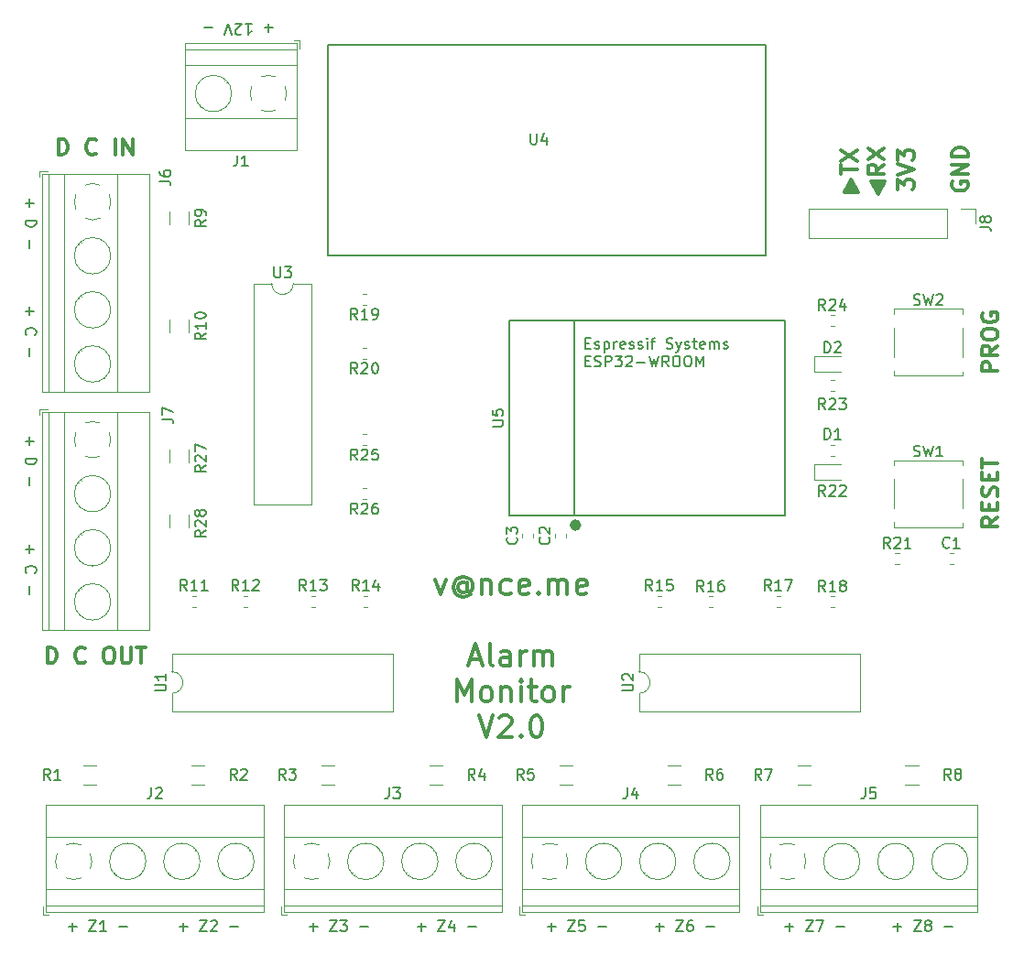
<source format=gto>
G04 #@! TF.GenerationSoftware,KiCad,Pcbnew,5.0.2-bee76a0~70~ubuntu18.10.1*
G04 #@! TF.CreationDate,2019-05-13T16:40:49+01:00*
G04 #@! TF.ProjectId,alarm-monitor,616c6172-6d2d-46d6-9f6e-69746f722e6b,rev?*
G04 #@! TF.SameCoordinates,Original*
G04 #@! TF.FileFunction,Legend,Top*
G04 #@! TF.FilePolarity,Positive*
%FSLAX46Y46*%
G04 Gerber Fmt 4.6, Leading zero omitted, Abs format (unit mm)*
G04 Created by KiCad (PCBNEW 5.0.2-bee76a0~70~ubuntu18.10.1) date Mon 13 May 2019 16:40:49 BST*
%MOMM*%
%LPD*%
G01*
G04 APERTURE LIST*
%ADD10C,0.200000*%
%ADD11C,0.300000*%
%ADD12C,0.120000*%
%ADD13C,0.150000*%
%ADD14C,0.500000*%
G04 APERTURE END LIST*
D10*
X66392857Y-63928571D02*
X65630952Y-63928571D01*
X66011904Y-63547619D02*
X66011904Y-64309523D01*
X63869047Y-63547619D02*
X64440476Y-63547619D01*
X64154761Y-63547619D02*
X64154761Y-64547619D01*
X64250000Y-64404761D01*
X64345238Y-64309523D01*
X64440476Y-64261904D01*
X63488095Y-64452380D02*
X63440476Y-64500000D01*
X63345238Y-64547619D01*
X63107142Y-64547619D01*
X63011904Y-64500000D01*
X62964285Y-64452380D01*
X62916666Y-64357142D01*
X62916666Y-64261904D01*
X62964285Y-64119047D01*
X63535714Y-63547619D01*
X62916666Y-63547619D01*
X62630952Y-64547619D02*
X62297619Y-63547619D01*
X61964285Y-64547619D01*
X60869047Y-63928571D02*
X60107142Y-63928571D01*
X123785714Y-147071428D02*
X124547619Y-147071428D01*
X124166666Y-147452380D02*
X124166666Y-146690476D01*
X125690476Y-146452380D02*
X126357142Y-146452380D01*
X125690476Y-147452380D01*
X126357142Y-147452380D01*
X126880952Y-146880952D02*
X126785714Y-146833333D01*
X126738095Y-146785714D01*
X126690476Y-146690476D01*
X126690476Y-146642857D01*
X126738095Y-146547619D01*
X126785714Y-146500000D01*
X126880952Y-146452380D01*
X127071428Y-146452380D01*
X127166666Y-146500000D01*
X127214285Y-146547619D01*
X127261904Y-146642857D01*
X127261904Y-146690476D01*
X127214285Y-146785714D01*
X127166666Y-146833333D01*
X127071428Y-146880952D01*
X126880952Y-146880952D01*
X126785714Y-146928571D01*
X126738095Y-146976190D01*
X126690476Y-147071428D01*
X126690476Y-147261904D01*
X126738095Y-147357142D01*
X126785714Y-147404761D01*
X126880952Y-147452380D01*
X127071428Y-147452380D01*
X127166666Y-147404761D01*
X127214285Y-147357142D01*
X127261904Y-147261904D01*
X127261904Y-147071428D01*
X127214285Y-146976190D01*
X127166666Y-146928571D01*
X127071428Y-146880952D01*
X128452380Y-147071428D02*
X129214285Y-147071428D01*
X113785714Y-147071428D02*
X114547619Y-147071428D01*
X114166666Y-147452380D02*
X114166666Y-146690476D01*
X115690476Y-146452380D02*
X116357142Y-146452380D01*
X115690476Y-147452380D01*
X116357142Y-147452380D01*
X116642857Y-146452380D02*
X117309523Y-146452380D01*
X116880952Y-147452380D01*
X118452380Y-147071428D02*
X119214285Y-147071428D01*
X101785714Y-147071428D02*
X102547619Y-147071428D01*
X102166666Y-147452380D02*
X102166666Y-146690476D01*
X103690476Y-146452380D02*
X104357142Y-146452380D01*
X103690476Y-147452380D01*
X104357142Y-147452380D01*
X105166666Y-146452380D02*
X104976190Y-146452380D01*
X104880952Y-146500000D01*
X104833333Y-146547619D01*
X104738095Y-146690476D01*
X104690476Y-146880952D01*
X104690476Y-147261904D01*
X104738095Y-147357142D01*
X104785714Y-147404761D01*
X104880952Y-147452380D01*
X105071428Y-147452380D01*
X105166666Y-147404761D01*
X105214285Y-147357142D01*
X105261904Y-147261904D01*
X105261904Y-147023809D01*
X105214285Y-146928571D01*
X105166666Y-146880952D01*
X105071428Y-146833333D01*
X104880952Y-146833333D01*
X104785714Y-146880952D01*
X104738095Y-146928571D01*
X104690476Y-147023809D01*
X106452380Y-147071428D02*
X107214285Y-147071428D01*
X91785714Y-147071428D02*
X92547619Y-147071428D01*
X92166666Y-147452380D02*
X92166666Y-146690476D01*
X93690476Y-146452380D02*
X94357142Y-146452380D01*
X93690476Y-147452380D01*
X94357142Y-147452380D01*
X95214285Y-146452380D02*
X94738095Y-146452380D01*
X94690476Y-146928571D01*
X94738095Y-146880952D01*
X94833333Y-146833333D01*
X95071428Y-146833333D01*
X95166666Y-146880952D01*
X95214285Y-146928571D01*
X95261904Y-147023809D01*
X95261904Y-147261904D01*
X95214285Y-147357142D01*
X95166666Y-147404761D01*
X95071428Y-147452380D01*
X94833333Y-147452380D01*
X94738095Y-147404761D01*
X94690476Y-147357142D01*
X96452380Y-147071428D02*
X97214285Y-147071428D01*
X79785714Y-147071428D02*
X80547619Y-147071428D01*
X80166666Y-147452380D02*
X80166666Y-146690476D01*
X81690476Y-146452380D02*
X82357142Y-146452380D01*
X81690476Y-147452380D01*
X82357142Y-147452380D01*
X83166666Y-146785714D02*
X83166666Y-147452380D01*
X82928571Y-146404761D02*
X82690476Y-147119047D01*
X83309523Y-147119047D01*
X84452380Y-147071428D02*
X85214285Y-147071428D01*
X69785714Y-147071428D02*
X70547619Y-147071428D01*
X70166666Y-147452380D02*
X70166666Y-146690476D01*
X71690476Y-146452380D02*
X72357142Y-146452380D01*
X71690476Y-147452380D01*
X72357142Y-147452380D01*
X72642857Y-146452380D02*
X73261904Y-146452380D01*
X72928571Y-146833333D01*
X73071428Y-146833333D01*
X73166666Y-146880952D01*
X73214285Y-146928571D01*
X73261904Y-147023809D01*
X73261904Y-147261904D01*
X73214285Y-147357142D01*
X73166666Y-147404761D01*
X73071428Y-147452380D01*
X72785714Y-147452380D01*
X72690476Y-147404761D01*
X72642857Y-147357142D01*
X74452380Y-147071428D02*
X75214285Y-147071428D01*
X57785714Y-147071428D02*
X58547619Y-147071428D01*
X58166666Y-147452380D02*
X58166666Y-146690476D01*
X59690476Y-146452380D02*
X60357142Y-146452380D01*
X59690476Y-147452380D01*
X60357142Y-147452380D01*
X60690476Y-146547619D02*
X60738095Y-146500000D01*
X60833333Y-146452380D01*
X61071428Y-146452380D01*
X61166666Y-146500000D01*
X61214285Y-146547619D01*
X61261904Y-146642857D01*
X61261904Y-146738095D01*
X61214285Y-146880952D01*
X60642857Y-147452380D01*
X61261904Y-147452380D01*
X62452380Y-147071428D02*
X63214285Y-147071428D01*
X47535714Y-147071428D02*
X48297619Y-147071428D01*
X47916666Y-147452380D02*
X47916666Y-146690476D01*
X49440476Y-146452380D02*
X50107142Y-146452380D01*
X49440476Y-147452380D01*
X50107142Y-147452380D01*
X51011904Y-147452380D02*
X50440476Y-147452380D01*
X50726190Y-147452380D02*
X50726190Y-146452380D01*
X50630952Y-146595238D01*
X50535714Y-146690476D01*
X50440476Y-146738095D01*
X52202380Y-147071428D02*
X52964285Y-147071428D01*
D11*
X81452380Y-114971428D02*
X81928571Y-116304761D01*
X82404761Y-114971428D01*
X84404761Y-115352380D02*
X84309523Y-115257142D01*
X84119047Y-115161904D01*
X83928571Y-115161904D01*
X83738095Y-115257142D01*
X83642857Y-115352380D01*
X83547619Y-115542857D01*
X83547619Y-115733333D01*
X83642857Y-115923809D01*
X83738095Y-116019047D01*
X83928571Y-116114285D01*
X84119047Y-116114285D01*
X84309523Y-116019047D01*
X84404761Y-115923809D01*
X84404761Y-115161904D02*
X84404761Y-115923809D01*
X84500000Y-116019047D01*
X84595238Y-116019047D01*
X84785714Y-115923809D01*
X84880952Y-115733333D01*
X84880952Y-115257142D01*
X84690476Y-114971428D01*
X84404761Y-114780952D01*
X84023809Y-114685714D01*
X83642857Y-114780952D01*
X83357142Y-114971428D01*
X83166666Y-115257142D01*
X83071428Y-115638095D01*
X83166666Y-116019047D01*
X83357142Y-116304761D01*
X83642857Y-116495238D01*
X84023809Y-116590476D01*
X84404761Y-116495238D01*
X84690476Y-116304761D01*
X85738095Y-114971428D02*
X85738095Y-116304761D01*
X85738095Y-115161904D02*
X85833333Y-115066666D01*
X86023809Y-114971428D01*
X86309523Y-114971428D01*
X86500000Y-115066666D01*
X86595238Y-115257142D01*
X86595238Y-116304761D01*
X88404761Y-116209523D02*
X88214285Y-116304761D01*
X87833333Y-116304761D01*
X87642857Y-116209523D01*
X87547619Y-116114285D01*
X87452380Y-115923809D01*
X87452380Y-115352380D01*
X87547619Y-115161904D01*
X87642857Y-115066666D01*
X87833333Y-114971428D01*
X88214285Y-114971428D01*
X88404761Y-115066666D01*
X90023809Y-116209523D02*
X89833333Y-116304761D01*
X89452380Y-116304761D01*
X89261904Y-116209523D01*
X89166666Y-116019047D01*
X89166666Y-115257142D01*
X89261904Y-115066666D01*
X89452380Y-114971428D01*
X89833333Y-114971428D01*
X90023809Y-115066666D01*
X90119047Y-115257142D01*
X90119047Y-115447619D01*
X89166666Y-115638095D01*
X90976190Y-116114285D02*
X91071428Y-116209523D01*
X90976190Y-116304761D01*
X90880952Y-116209523D01*
X90976190Y-116114285D01*
X90976190Y-116304761D01*
X91928571Y-116304761D02*
X91928571Y-114971428D01*
X91928571Y-115161904D02*
X92023809Y-115066666D01*
X92214285Y-114971428D01*
X92500000Y-114971428D01*
X92690476Y-115066666D01*
X92785714Y-115257142D01*
X92785714Y-116304761D01*
X92785714Y-115257142D02*
X92880952Y-115066666D01*
X93071428Y-114971428D01*
X93357142Y-114971428D01*
X93547619Y-115066666D01*
X93642857Y-115257142D01*
X93642857Y-116304761D01*
X95357142Y-116209523D02*
X95166666Y-116304761D01*
X94785714Y-116304761D01*
X94595238Y-116209523D01*
X94500000Y-116019047D01*
X94500000Y-115257142D01*
X94595238Y-115066666D01*
X94785714Y-114971428D01*
X95166666Y-114971428D01*
X95357142Y-115066666D01*
X95452380Y-115257142D01*
X95452380Y-115447619D01*
X94500000Y-115638095D01*
X84642857Y-122333333D02*
X85595238Y-122333333D01*
X84452380Y-122904761D02*
X85119047Y-120904761D01*
X85785714Y-122904761D01*
X86738095Y-122904761D02*
X86547619Y-122809523D01*
X86452380Y-122619047D01*
X86452380Y-120904761D01*
X88357142Y-122904761D02*
X88357142Y-121857142D01*
X88261904Y-121666666D01*
X88071428Y-121571428D01*
X87690476Y-121571428D01*
X87500000Y-121666666D01*
X88357142Y-122809523D02*
X88166666Y-122904761D01*
X87690476Y-122904761D01*
X87500000Y-122809523D01*
X87404761Y-122619047D01*
X87404761Y-122428571D01*
X87500000Y-122238095D01*
X87690476Y-122142857D01*
X88166666Y-122142857D01*
X88357142Y-122047619D01*
X89309523Y-122904761D02*
X89309523Y-121571428D01*
X89309523Y-121952380D02*
X89404761Y-121761904D01*
X89500000Y-121666666D01*
X89690476Y-121571428D01*
X89880952Y-121571428D01*
X90547619Y-122904761D02*
X90547619Y-121571428D01*
X90547619Y-121761904D02*
X90642857Y-121666666D01*
X90833333Y-121571428D01*
X91119047Y-121571428D01*
X91309523Y-121666666D01*
X91404761Y-121857142D01*
X91404761Y-122904761D01*
X91404761Y-121857142D02*
X91500000Y-121666666D01*
X91690476Y-121571428D01*
X91976190Y-121571428D01*
X92166666Y-121666666D01*
X92261904Y-121857142D01*
X92261904Y-122904761D01*
X83452380Y-126204761D02*
X83452380Y-124204761D01*
X84119047Y-125633333D01*
X84785714Y-124204761D01*
X84785714Y-126204761D01*
X86023809Y-126204761D02*
X85833333Y-126109523D01*
X85738095Y-126014285D01*
X85642857Y-125823809D01*
X85642857Y-125252380D01*
X85738095Y-125061904D01*
X85833333Y-124966666D01*
X86023809Y-124871428D01*
X86309523Y-124871428D01*
X86500000Y-124966666D01*
X86595238Y-125061904D01*
X86690476Y-125252380D01*
X86690476Y-125823809D01*
X86595238Y-126014285D01*
X86500000Y-126109523D01*
X86309523Y-126204761D01*
X86023809Y-126204761D01*
X87547619Y-124871428D02*
X87547619Y-126204761D01*
X87547619Y-125061904D02*
X87642857Y-124966666D01*
X87833333Y-124871428D01*
X88119047Y-124871428D01*
X88309523Y-124966666D01*
X88404761Y-125157142D01*
X88404761Y-126204761D01*
X89357142Y-126204761D02*
X89357142Y-124871428D01*
X89357142Y-124204761D02*
X89261904Y-124300000D01*
X89357142Y-124395238D01*
X89452380Y-124300000D01*
X89357142Y-124204761D01*
X89357142Y-124395238D01*
X90023809Y-124871428D02*
X90785714Y-124871428D01*
X90309523Y-124204761D02*
X90309523Y-125919047D01*
X90404761Y-126109523D01*
X90595238Y-126204761D01*
X90785714Y-126204761D01*
X91738095Y-126204761D02*
X91547619Y-126109523D01*
X91452380Y-126014285D01*
X91357142Y-125823809D01*
X91357142Y-125252380D01*
X91452380Y-125061904D01*
X91547619Y-124966666D01*
X91738095Y-124871428D01*
X92023809Y-124871428D01*
X92214285Y-124966666D01*
X92309523Y-125061904D01*
X92404761Y-125252380D01*
X92404761Y-125823809D01*
X92309523Y-126014285D01*
X92214285Y-126109523D01*
X92023809Y-126204761D01*
X91738095Y-126204761D01*
X93261904Y-126204761D02*
X93261904Y-124871428D01*
X93261904Y-125252380D02*
X93357142Y-125061904D01*
X93452380Y-124966666D01*
X93642857Y-124871428D01*
X93833333Y-124871428D01*
X85452380Y-127504761D02*
X86119047Y-129504761D01*
X86785714Y-127504761D01*
X87357142Y-127695238D02*
X87452380Y-127600000D01*
X87642857Y-127504761D01*
X88119047Y-127504761D01*
X88309523Y-127600000D01*
X88404761Y-127695238D01*
X88500000Y-127885714D01*
X88500000Y-128076190D01*
X88404761Y-128361904D01*
X87261904Y-129504761D01*
X88500000Y-129504761D01*
X89357142Y-129314285D02*
X89452380Y-129409523D01*
X89357142Y-129504761D01*
X89261904Y-129409523D01*
X89357142Y-129314285D01*
X89357142Y-129504761D01*
X90690476Y-127504761D02*
X90880952Y-127504761D01*
X91071428Y-127600000D01*
X91166666Y-127695238D01*
X91261904Y-127885714D01*
X91357142Y-128266666D01*
X91357142Y-128742857D01*
X91261904Y-129123809D01*
X91166666Y-129314285D01*
X91071428Y-129409523D01*
X90880952Y-129504761D01*
X90690476Y-129504761D01*
X90500000Y-129409523D01*
X90404761Y-129314285D01*
X90309523Y-129123809D01*
X90214285Y-128742857D01*
X90214285Y-128266666D01*
X90309523Y-127885714D01*
X90404761Y-127695238D01*
X90500000Y-127600000D01*
X90690476Y-127504761D01*
X122928571Y-78214285D02*
X121785714Y-78214285D01*
X122857142Y-78285714D02*
X121857142Y-78285714D01*
X122857142Y-78357142D02*
X121857142Y-78357142D01*
X122785714Y-78428571D02*
X121928571Y-78428571D01*
X122785714Y-78500000D02*
X121928571Y-78500000D01*
X122714285Y-78571428D02*
X122000000Y-78571428D01*
X122714285Y-78642857D02*
X122000000Y-78642857D01*
X122642857Y-78714285D02*
X122071428Y-78714285D01*
X122571428Y-78785714D02*
X122142857Y-78785714D01*
X122571428Y-78857142D02*
X122142857Y-78857142D01*
X122500000Y-78928571D02*
X122214285Y-78928571D01*
X122500000Y-79000000D02*
X122214285Y-79000000D01*
X122357142Y-79071428D02*
X122357142Y-79142857D01*
X122428571Y-79071428D02*
X122285714Y-79071428D01*
X122928571Y-78142857D02*
X122357142Y-79214285D01*
X121785714Y-78142857D01*
X122357142Y-79285714D02*
X121714285Y-78142857D01*
X123000000Y-78142857D01*
X122357142Y-79285714D01*
X122928571Y-76571428D02*
X122214285Y-77071428D01*
X122928571Y-77428571D02*
X121428571Y-77428571D01*
X121428571Y-76857142D01*
X121500000Y-76714285D01*
X121571428Y-76642857D01*
X121714285Y-76571428D01*
X121928571Y-76571428D01*
X122071428Y-76642857D01*
X122142857Y-76714285D01*
X122214285Y-76857142D01*
X122214285Y-77428571D01*
X121428571Y-76071428D02*
X122928571Y-75071428D01*
X121428571Y-75071428D02*
X122928571Y-76071428D01*
X119285714Y-79035714D02*
X120428571Y-79035714D01*
X119357142Y-78964285D02*
X120357142Y-78964285D01*
X119357142Y-78892857D02*
X120357142Y-78892857D01*
X119428571Y-78821428D02*
X120285714Y-78821428D01*
X119428571Y-78750000D02*
X120285714Y-78750000D01*
X119500000Y-78678571D02*
X120214285Y-78678571D01*
X119500000Y-78607142D02*
X120214285Y-78607142D01*
X119571428Y-78535714D02*
X120142857Y-78535714D01*
X119642857Y-78464285D02*
X120071428Y-78464285D01*
X119642857Y-78392857D02*
X120071428Y-78392857D01*
X119714285Y-78321428D02*
X120000000Y-78321428D01*
X119714285Y-78250000D02*
X120000000Y-78250000D01*
X119857142Y-78178571D02*
X119857142Y-78107142D01*
X119785714Y-78178571D02*
X119928571Y-78178571D01*
X119285714Y-79107142D02*
X119857142Y-78035714D01*
X120428571Y-79107142D01*
X119857142Y-77964285D02*
X120500000Y-79107142D01*
X119214285Y-79107142D01*
X119857142Y-77964285D01*
X118928571Y-77464285D02*
X118928571Y-76607142D01*
X120428571Y-77035714D02*
X118928571Y-77035714D01*
X118928571Y-76250000D02*
X120428571Y-75250000D01*
X118928571Y-75250000D02*
X120428571Y-76250000D01*
X124178571Y-78857142D02*
X124178571Y-77928571D01*
X124750000Y-78428571D01*
X124750000Y-78214285D01*
X124821428Y-78071428D01*
X124892857Y-78000000D01*
X125035714Y-77928571D01*
X125392857Y-77928571D01*
X125535714Y-78000000D01*
X125607142Y-78071428D01*
X125678571Y-78214285D01*
X125678571Y-78642857D01*
X125607142Y-78785714D01*
X125535714Y-78857142D01*
X124178571Y-77500000D02*
X125678571Y-77000000D01*
X124178571Y-76500000D01*
X124178571Y-76142857D02*
X124178571Y-75214285D01*
X124750000Y-75714285D01*
X124750000Y-75500000D01*
X124821428Y-75357142D01*
X124892857Y-75285714D01*
X125035714Y-75214285D01*
X125392857Y-75214285D01*
X125535714Y-75285714D01*
X125607142Y-75357142D01*
X125678571Y-75500000D01*
X125678571Y-75928571D01*
X125607142Y-76071428D01*
X125535714Y-76142857D01*
X129250000Y-78142857D02*
X129178571Y-78285714D01*
X129178571Y-78500000D01*
X129250000Y-78714285D01*
X129392857Y-78857142D01*
X129535714Y-78928571D01*
X129821428Y-79000000D01*
X130035714Y-79000000D01*
X130321428Y-78928571D01*
X130464285Y-78857142D01*
X130607142Y-78714285D01*
X130678571Y-78500000D01*
X130678571Y-78357142D01*
X130607142Y-78142857D01*
X130535714Y-78071428D01*
X130035714Y-78071428D01*
X130035714Y-78357142D01*
X130678571Y-77428571D02*
X129178571Y-77428571D01*
X130678571Y-76571428D01*
X129178571Y-76571428D01*
X130678571Y-75857142D02*
X129178571Y-75857142D01*
X129178571Y-75500000D01*
X129250000Y-75285714D01*
X129392857Y-75142857D01*
X129535714Y-75071428D01*
X129821428Y-75000000D01*
X130035714Y-75000000D01*
X130321428Y-75071428D01*
X130464285Y-75142857D01*
X130607142Y-75285714D01*
X130678571Y-75500000D01*
X130678571Y-75857142D01*
X133428571Y-95678571D02*
X131928571Y-95678571D01*
X131928571Y-95107142D01*
X132000000Y-94964285D01*
X132071428Y-94892857D01*
X132214285Y-94821428D01*
X132428571Y-94821428D01*
X132571428Y-94892857D01*
X132642857Y-94964285D01*
X132714285Y-95107142D01*
X132714285Y-95678571D01*
X133428571Y-93321428D02*
X132714285Y-93821428D01*
X133428571Y-94178571D02*
X131928571Y-94178571D01*
X131928571Y-93607142D01*
X132000000Y-93464285D01*
X132071428Y-93392857D01*
X132214285Y-93321428D01*
X132428571Y-93321428D01*
X132571428Y-93392857D01*
X132642857Y-93464285D01*
X132714285Y-93607142D01*
X132714285Y-94178571D01*
X131928571Y-92392857D02*
X131928571Y-92107142D01*
X132000000Y-91964285D01*
X132142857Y-91821428D01*
X132428571Y-91750000D01*
X132928571Y-91750000D01*
X133214285Y-91821428D01*
X133357142Y-91964285D01*
X133428571Y-92107142D01*
X133428571Y-92392857D01*
X133357142Y-92535714D01*
X133214285Y-92678571D01*
X132928571Y-92750000D01*
X132428571Y-92750000D01*
X132142857Y-92678571D01*
X132000000Y-92535714D01*
X131928571Y-92392857D01*
X132000000Y-90321428D02*
X131928571Y-90464285D01*
X131928571Y-90678571D01*
X132000000Y-90892857D01*
X132142857Y-91035714D01*
X132285714Y-91107142D01*
X132571428Y-91178571D01*
X132785714Y-91178571D01*
X133071428Y-91107142D01*
X133214285Y-91035714D01*
X133357142Y-90892857D01*
X133428571Y-90678571D01*
X133428571Y-90535714D01*
X133357142Y-90321428D01*
X133285714Y-90250000D01*
X132785714Y-90250000D01*
X132785714Y-90535714D01*
X133428571Y-109178571D02*
X132714285Y-109678571D01*
X133428571Y-110035714D02*
X131928571Y-110035714D01*
X131928571Y-109464285D01*
X132000000Y-109321428D01*
X132071428Y-109250000D01*
X132214285Y-109178571D01*
X132428571Y-109178571D01*
X132571428Y-109250000D01*
X132642857Y-109321428D01*
X132714285Y-109464285D01*
X132714285Y-110035714D01*
X132642857Y-108535714D02*
X132642857Y-108035714D01*
X133428571Y-107821428D02*
X133428571Y-108535714D01*
X131928571Y-108535714D01*
X131928571Y-107821428D01*
X133357142Y-107250000D02*
X133428571Y-107035714D01*
X133428571Y-106678571D01*
X133357142Y-106535714D01*
X133285714Y-106464285D01*
X133142857Y-106392857D01*
X133000000Y-106392857D01*
X132857142Y-106464285D01*
X132785714Y-106535714D01*
X132714285Y-106678571D01*
X132642857Y-106964285D01*
X132571428Y-107107142D01*
X132500000Y-107178571D01*
X132357142Y-107250000D01*
X132214285Y-107250000D01*
X132071428Y-107178571D01*
X132000000Y-107107142D01*
X131928571Y-106964285D01*
X131928571Y-106607142D01*
X132000000Y-106392857D01*
X132642857Y-105750000D02*
X132642857Y-105250000D01*
X133428571Y-105035714D02*
X133428571Y-105750000D01*
X131928571Y-105750000D01*
X131928571Y-105035714D01*
X131928571Y-104607142D02*
X131928571Y-103750000D01*
X133428571Y-104178571D02*
X131928571Y-104178571D01*
D10*
X43928571Y-111738095D02*
X43928571Y-112500000D01*
X43547619Y-112119047D02*
X44309523Y-112119047D01*
X43642857Y-114309523D02*
X43595238Y-114261904D01*
X43547619Y-114119047D01*
X43547619Y-114023809D01*
X43595238Y-113880952D01*
X43690476Y-113785714D01*
X43785714Y-113738095D01*
X43976190Y-113690476D01*
X44119047Y-113690476D01*
X44309523Y-113738095D01*
X44404761Y-113785714D01*
X44500000Y-113880952D01*
X44547619Y-114023809D01*
X44547619Y-114119047D01*
X44500000Y-114261904D01*
X44452380Y-114309523D01*
X43928571Y-115500000D02*
X43928571Y-116261904D01*
X43928571Y-101738095D02*
X43928571Y-102500000D01*
X43547619Y-102119047D02*
X44309523Y-102119047D01*
X43547619Y-103738095D02*
X44547619Y-103738095D01*
X44547619Y-103976190D01*
X44500000Y-104119047D01*
X44404761Y-104214285D01*
X44309523Y-104261904D01*
X44119047Y-104309523D01*
X43976190Y-104309523D01*
X43785714Y-104261904D01*
X43690476Y-104214285D01*
X43595238Y-104119047D01*
X43547619Y-103976190D01*
X43547619Y-103738095D01*
X43928571Y-105500000D02*
X43928571Y-106261904D01*
D11*
X45571428Y-122678571D02*
X45571428Y-121178571D01*
X45928571Y-121178571D01*
X46142857Y-121250000D01*
X46285714Y-121392857D01*
X46357142Y-121535714D01*
X46428571Y-121821428D01*
X46428571Y-122035714D01*
X46357142Y-122321428D01*
X46285714Y-122464285D01*
X46142857Y-122607142D01*
X45928571Y-122678571D01*
X45571428Y-122678571D01*
X49071428Y-122535714D02*
X49000000Y-122607142D01*
X48785714Y-122678571D01*
X48642857Y-122678571D01*
X48428571Y-122607142D01*
X48285714Y-122464285D01*
X48214285Y-122321428D01*
X48142857Y-122035714D01*
X48142857Y-121821428D01*
X48214285Y-121535714D01*
X48285714Y-121392857D01*
X48428571Y-121250000D01*
X48642857Y-121178571D01*
X48785714Y-121178571D01*
X49000000Y-121250000D01*
X49071428Y-121321428D01*
X51142857Y-121178571D02*
X51428571Y-121178571D01*
X51571428Y-121250000D01*
X51714285Y-121392857D01*
X51785714Y-121678571D01*
X51785714Y-122178571D01*
X51714285Y-122464285D01*
X51571428Y-122607142D01*
X51428571Y-122678571D01*
X51142857Y-122678571D01*
X51000000Y-122607142D01*
X50857142Y-122464285D01*
X50785714Y-122178571D01*
X50785714Y-121678571D01*
X50857142Y-121392857D01*
X51000000Y-121250000D01*
X51142857Y-121178571D01*
X52428571Y-121178571D02*
X52428571Y-122392857D01*
X52500000Y-122535714D01*
X52571428Y-122607142D01*
X52714285Y-122678571D01*
X53000000Y-122678571D01*
X53142857Y-122607142D01*
X53214285Y-122535714D01*
X53285714Y-122392857D01*
X53285714Y-121178571D01*
X53785714Y-121178571D02*
X54642857Y-121178571D01*
X54214285Y-122678571D02*
X54214285Y-121178571D01*
X46571428Y-75678571D02*
X46571428Y-74178571D01*
X46928571Y-74178571D01*
X47142857Y-74250000D01*
X47285714Y-74392857D01*
X47357142Y-74535714D01*
X47428571Y-74821428D01*
X47428571Y-75035714D01*
X47357142Y-75321428D01*
X47285714Y-75464285D01*
X47142857Y-75607142D01*
X46928571Y-75678571D01*
X46571428Y-75678571D01*
X50071428Y-75535714D02*
X50000000Y-75607142D01*
X49785714Y-75678571D01*
X49642857Y-75678571D01*
X49428571Y-75607142D01*
X49285714Y-75464285D01*
X49214285Y-75321428D01*
X49142857Y-75035714D01*
X49142857Y-74821428D01*
X49214285Y-74535714D01*
X49285714Y-74392857D01*
X49428571Y-74250000D01*
X49642857Y-74178571D01*
X49785714Y-74178571D01*
X50000000Y-74250000D01*
X50071428Y-74321428D01*
X51857142Y-75678571D02*
X51857142Y-74178571D01*
X52571428Y-75678571D02*
X52571428Y-74178571D01*
X53428571Y-75678571D01*
X53428571Y-74178571D01*
D10*
X43928571Y-89738095D02*
X43928571Y-90500000D01*
X43547619Y-90119047D02*
X44309523Y-90119047D01*
X43642857Y-92309523D02*
X43595238Y-92261904D01*
X43547619Y-92119047D01*
X43547619Y-92023809D01*
X43595238Y-91880952D01*
X43690476Y-91785714D01*
X43785714Y-91738095D01*
X43976190Y-91690476D01*
X44119047Y-91690476D01*
X44309523Y-91738095D01*
X44404761Y-91785714D01*
X44500000Y-91880952D01*
X44547619Y-92023809D01*
X44547619Y-92119047D01*
X44500000Y-92261904D01*
X44452380Y-92309523D01*
X43928571Y-93500000D02*
X43928571Y-94261904D01*
X43928571Y-79738095D02*
X43928571Y-80500000D01*
X43547619Y-80119047D02*
X44309523Y-80119047D01*
X43547619Y-81738095D02*
X44547619Y-81738095D01*
X44547619Y-81976190D01*
X44500000Y-82119047D01*
X44404761Y-82214285D01*
X44309523Y-82261904D01*
X44119047Y-82309523D01*
X43976190Y-82309523D01*
X43785714Y-82261904D01*
X43690476Y-82214285D01*
X43595238Y-82119047D01*
X43547619Y-81976190D01*
X43547619Y-81738095D01*
X43928571Y-83500000D02*
X43928571Y-84261904D01*
D12*
G04 #@! TO.C,C1*
X128953733Y-112490000D02*
X129296267Y-112490000D01*
X128953733Y-113510000D02*
X129296267Y-113510000D01*
G04 #@! TO.C,C2*
X92490000Y-111046267D02*
X92490000Y-110703733D01*
X93510000Y-111046267D02*
X93510000Y-110703733D01*
G04 #@! TO.C,C3*
X90510000Y-111046267D02*
X90510000Y-110703733D01*
X89490000Y-111046267D02*
X89490000Y-110703733D01*
G04 #@! TO.C,D1*
X116465000Y-105735000D02*
X118925000Y-105735000D01*
X116465000Y-104265000D02*
X116465000Y-105735000D01*
X118925000Y-104265000D02*
X116465000Y-104265000D01*
G04 #@! TO.C,D2*
X118925000Y-94265000D02*
X116465000Y-94265000D01*
X116465000Y-94265000D02*
X116465000Y-95735000D01*
X116465000Y-95735000D02*
X118925000Y-95735000D01*
G04 #@! TO.C,J1*
X65316682Y-68465244D02*
G75*
G02X66000000Y-68320000I683318J-1534756D01*
G01*
X64464574Y-70683042D02*
G75*
G02X64465000Y-69316000I1535426J683042D01*
G01*
X66683042Y-71535426D02*
G75*
G02X65316000Y-71535000I-683042J1535426D01*
G01*
X67535426Y-69316958D02*
G75*
G02X67535000Y-70684000I-1535426J-683042D01*
G01*
X65971195Y-68319747D02*
G75*
G02X66684000Y-68465000I28805J-1680253D01*
G01*
X62600000Y-70000000D02*
G75*
G03X62600000Y-70000000I-1680000J0D01*
G01*
X68600000Y-65900000D02*
X58320000Y-65900000D01*
X68600000Y-67400000D02*
X58320000Y-67400000D01*
X68600000Y-72301000D02*
X58320000Y-72301000D01*
X68600000Y-75261000D02*
X58320000Y-75261000D01*
X68600000Y-65340000D02*
X58320000Y-65340000D01*
X68600000Y-75261000D02*
X68600000Y-65340000D01*
X58320000Y-75261000D02*
X58320000Y-65340000D01*
X59645000Y-71069000D02*
X59692000Y-71023000D01*
X61954000Y-68761000D02*
X61989000Y-68726000D01*
X59850000Y-71275000D02*
X59885000Y-71239000D01*
X62147000Y-68977000D02*
X62194000Y-68931000D01*
X68840000Y-65840000D02*
X68840000Y-65100000D01*
X68840000Y-65100000D02*
X68340000Y-65100000D01*
G04 #@! TO.C,J2*
X45200000Y-145900000D02*
X45700000Y-145900000D01*
X45200000Y-145160000D02*
X45200000Y-145900000D01*
X61773000Y-142023000D02*
X61726000Y-142069000D01*
X64070000Y-139725000D02*
X64035000Y-139761000D01*
X61966000Y-142239000D02*
X61931000Y-142274000D01*
X64275000Y-139931000D02*
X64228000Y-139977000D01*
X56773000Y-142023000D02*
X56726000Y-142069000D01*
X59070000Y-139725000D02*
X59035000Y-139761000D01*
X56966000Y-142239000D02*
X56931000Y-142274000D01*
X59275000Y-139931000D02*
X59228000Y-139977000D01*
X51773000Y-142023000D02*
X51726000Y-142069000D01*
X54070000Y-139725000D02*
X54035000Y-139761000D01*
X51966000Y-142239000D02*
X51931000Y-142274000D01*
X54275000Y-139931000D02*
X54228000Y-139977000D01*
X65561000Y-135739000D02*
X65561000Y-145660000D01*
X45440000Y-135739000D02*
X45440000Y-145660000D01*
X45440000Y-145660000D02*
X65561000Y-145660000D01*
X45440000Y-135739000D02*
X65561000Y-135739000D01*
X45440000Y-138699000D02*
X65561000Y-138699000D01*
X45440000Y-143600000D02*
X65561000Y-143600000D01*
X45440000Y-145100000D02*
X65561000Y-145100000D01*
X64680000Y-141000000D02*
G75*
G03X64680000Y-141000000I-1680000J0D01*
G01*
X59680000Y-141000000D02*
G75*
G03X59680000Y-141000000I-1680000J0D01*
G01*
X54680000Y-141000000D02*
G75*
G03X54680000Y-141000000I-1680000J0D01*
G01*
X48028805Y-142680253D02*
G75*
G02X47316000Y-142535000I-28805J1680253D01*
G01*
X46464574Y-141683042D02*
G75*
G02X46465000Y-140316000I1535426J683042D01*
G01*
X47316958Y-139464574D02*
G75*
G02X48684000Y-139465000I683042J-1535426D01*
G01*
X49535426Y-140316958D02*
G75*
G02X49535000Y-141684000I-1535426J-683042D01*
G01*
X48683318Y-142534756D02*
G75*
G02X48000000Y-142680000I-683318J1534756D01*
G01*
G04 #@! TO.C,J3*
X70683318Y-142534756D02*
G75*
G02X70000000Y-142680000I-683318J1534756D01*
G01*
X71535426Y-140316958D02*
G75*
G02X71535000Y-141684000I-1535426J-683042D01*
G01*
X69316958Y-139464574D02*
G75*
G02X70684000Y-139465000I683042J-1535426D01*
G01*
X68464574Y-141683042D02*
G75*
G02X68465000Y-140316000I1535426J683042D01*
G01*
X70028805Y-142680253D02*
G75*
G02X69316000Y-142535000I-28805J1680253D01*
G01*
X76680000Y-141000000D02*
G75*
G03X76680000Y-141000000I-1680000J0D01*
G01*
X81680000Y-141000000D02*
G75*
G03X81680000Y-141000000I-1680000J0D01*
G01*
X86680000Y-141000000D02*
G75*
G03X86680000Y-141000000I-1680000J0D01*
G01*
X67440000Y-145100000D02*
X87561000Y-145100000D01*
X67440000Y-143600000D02*
X87561000Y-143600000D01*
X67440000Y-138699000D02*
X87561000Y-138699000D01*
X67440000Y-135739000D02*
X87561000Y-135739000D01*
X67440000Y-145660000D02*
X87561000Y-145660000D01*
X67440000Y-135739000D02*
X67440000Y-145660000D01*
X87561000Y-135739000D02*
X87561000Y-145660000D01*
X76275000Y-139931000D02*
X76228000Y-139977000D01*
X73966000Y-142239000D02*
X73931000Y-142274000D01*
X76070000Y-139725000D02*
X76035000Y-139761000D01*
X73773000Y-142023000D02*
X73726000Y-142069000D01*
X81275000Y-139931000D02*
X81228000Y-139977000D01*
X78966000Y-142239000D02*
X78931000Y-142274000D01*
X81070000Y-139725000D02*
X81035000Y-139761000D01*
X78773000Y-142023000D02*
X78726000Y-142069000D01*
X86275000Y-139931000D02*
X86228000Y-139977000D01*
X83966000Y-142239000D02*
X83931000Y-142274000D01*
X86070000Y-139725000D02*
X86035000Y-139761000D01*
X83773000Y-142023000D02*
X83726000Y-142069000D01*
X67200000Y-145160000D02*
X67200000Y-145900000D01*
X67200000Y-145900000D02*
X67700000Y-145900000D01*
G04 #@! TO.C,J4*
X92683318Y-142534756D02*
G75*
G02X92000000Y-142680000I-683318J1534756D01*
G01*
X93535426Y-140316958D02*
G75*
G02X93535000Y-141684000I-1535426J-683042D01*
G01*
X91316958Y-139464574D02*
G75*
G02X92684000Y-139465000I683042J-1535426D01*
G01*
X90464574Y-141683042D02*
G75*
G02X90465000Y-140316000I1535426J683042D01*
G01*
X92028805Y-142680253D02*
G75*
G02X91316000Y-142535000I-28805J1680253D01*
G01*
X98680000Y-141000000D02*
G75*
G03X98680000Y-141000000I-1680000J0D01*
G01*
X103680000Y-141000000D02*
G75*
G03X103680000Y-141000000I-1680000J0D01*
G01*
X108680000Y-141000000D02*
G75*
G03X108680000Y-141000000I-1680000J0D01*
G01*
X89440000Y-145100000D02*
X109561000Y-145100000D01*
X89440000Y-143600000D02*
X109561000Y-143600000D01*
X89440000Y-138699000D02*
X109561000Y-138699000D01*
X89440000Y-135739000D02*
X109561000Y-135739000D01*
X89440000Y-145660000D02*
X109561000Y-145660000D01*
X89440000Y-135739000D02*
X89440000Y-145660000D01*
X109561000Y-135739000D02*
X109561000Y-145660000D01*
X98275000Y-139931000D02*
X98228000Y-139977000D01*
X95966000Y-142239000D02*
X95931000Y-142274000D01*
X98070000Y-139725000D02*
X98035000Y-139761000D01*
X95773000Y-142023000D02*
X95726000Y-142069000D01*
X103275000Y-139931000D02*
X103228000Y-139977000D01*
X100966000Y-142239000D02*
X100931000Y-142274000D01*
X103070000Y-139725000D02*
X103035000Y-139761000D01*
X100773000Y-142023000D02*
X100726000Y-142069000D01*
X108275000Y-139931000D02*
X108228000Y-139977000D01*
X105966000Y-142239000D02*
X105931000Y-142274000D01*
X108070000Y-139725000D02*
X108035000Y-139761000D01*
X105773000Y-142023000D02*
X105726000Y-142069000D01*
X89200000Y-145160000D02*
X89200000Y-145900000D01*
X89200000Y-145900000D02*
X89700000Y-145900000D01*
G04 #@! TO.C,J5*
X111200000Y-145900000D02*
X111700000Y-145900000D01*
X111200000Y-145160000D02*
X111200000Y-145900000D01*
X127773000Y-142023000D02*
X127726000Y-142069000D01*
X130070000Y-139725000D02*
X130035000Y-139761000D01*
X127966000Y-142239000D02*
X127931000Y-142274000D01*
X130275000Y-139931000D02*
X130228000Y-139977000D01*
X122773000Y-142023000D02*
X122726000Y-142069000D01*
X125070000Y-139725000D02*
X125035000Y-139761000D01*
X122966000Y-142239000D02*
X122931000Y-142274000D01*
X125275000Y-139931000D02*
X125228000Y-139977000D01*
X117773000Y-142023000D02*
X117726000Y-142069000D01*
X120070000Y-139725000D02*
X120035000Y-139761000D01*
X117966000Y-142239000D02*
X117931000Y-142274000D01*
X120275000Y-139931000D02*
X120228000Y-139977000D01*
X131561000Y-135739000D02*
X131561000Y-145660000D01*
X111440000Y-135739000D02*
X111440000Y-145660000D01*
X111440000Y-145660000D02*
X131561000Y-145660000D01*
X111440000Y-135739000D02*
X131561000Y-135739000D01*
X111440000Y-138699000D02*
X131561000Y-138699000D01*
X111440000Y-143600000D02*
X131561000Y-143600000D01*
X111440000Y-145100000D02*
X131561000Y-145100000D01*
X130680000Y-141000000D02*
G75*
G03X130680000Y-141000000I-1680000J0D01*
G01*
X125680000Y-141000000D02*
G75*
G03X125680000Y-141000000I-1680000J0D01*
G01*
X120680000Y-141000000D02*
G75*
G03X120680000Y-141000000I-1680000J0D01*
G01*
X114028805Y-142680253D02*
G75*
G02X113316000Y-142535000I-28805J1680253D01*
G01*
X112464574Y-141683042D02*
G75*
G02X112465000Y-140316000I1535426J683042D01*
G01*
X113316958Y-139464574D02*
G75*
G02X114684000Y-139465000I683042J-1535426D01*
G01*
X115535426Y-140316958D02*
G75*
G02X115535000Y-141684000I-1535426J-683042D01*
G01*
X114683318Y-142534756D02*
G75*
G02X114000000Y-142680000I-683318J1534756D01*
G01*
G04 #@! TO.C,J6*
X48215244Y-80683318D02*
G75*
G02X48070000Y-80000000I1534756J683318D01*
G01*
X50433042Y-81535426D02*
G75*
G02X49066000Y-81535000I-683042J1535426D01*
G01*
X51285426Y-79316958D02*
G75*
G02X51285000Y-80684000I-1535426J-683042D01*
G01*
X49066958Y-78464574D02*
G75*
G02X50434000Y-78465000I683042J-1535426D01*
G01*
X48069747Y-80028805D02*
G75*
G02X48215000Y-79316000I1680253J28805D01*
G01*
X51430000Y-85000000D02*
G75*
G03X51430000Y-85000000I-1680000J0D01*
G01*
X51430000Y-90000000D02*
G75*
G03X51430000Y-90000000I-1680000J0D01*
G01*
X51430000Y-95000000D02*
G75*
G03X51430000Y-95000000I-1680000J0D01*
G01*
X45650000Y-77440000D02*
X45650000Y-97561000D01*
X47150000Y-77440000D02*
X47150000Y-97561000D01*
X52051000Y-77440000D02*
X52051000Y-97561000D01*
X55011000Y-77440000D02*
X55011000Y-97561000D01*
X45090000Y-77440000D02*
X45090000Y-97561000D01*
X55011000Y-77440000D02*
X45090000Y-77440000D01*
X55011000Y-97561000D02*
X45090000Y-97561000D01*
X50819000Y-86275000D02*
X50773000Y-86228000D01*
X48511000Y-83966000D02*
X48476000Y-83931000D01*
X51025000Y-86070000D02*
X50989000Y-86035000D01*
X48727000Y-83773000D02*
X48681000Y-83726000D01*
X50819000Y-91275000D02*
X50773000Y-91228000D01*
X48511000Y-88966000D02*
X48476000Y-88931000D01*
X51025000Y-91070000D02*
X50989000Y-91035000D01*
X48727000Y-88773000D02*
X48681000Y-88726000D01*
X50819000Y-96275000D02*
X50773000Y-96228000D01*
X48511000Y-93966000D02*
X48476000Y-93931000D01*
X51025000Y-96070000D02*
X50989000Y-96035000D01*
X48727000Y-93773000D02*
X48681000Y-93726000D01*
X45590000Y-77200000D02*
X44850000Y-77200000D01*
X44850000Y-77200000D02*
X44850000Y-77700000D01*
G04 #@! TO.C,J7*
X44850000Y-99200000D02*
X44850000Y-99700000D01*
X45590000Y-99200000D02*
X44850000Y-99200000D01*
X48727000Y-115773000D02*
X48681000Y-115726000D01*
X51025000Y-118070000D02*
X50989000Y-118035000D01*
X48511000Y-115966000D02*
X48476000Y-115931000D01*
X50819000Y-118275000D02*
X50773000Y-118228000D01*
X48727000Y-110773000D02*
X48681000Y-110726000D01*
X51025000Y-113070000D02*
X50989000Y-113035000D01*
X48511000Y-110966000D02*
X48476000Y-110931000D01*
X50819000Y-113275000D02*
X50773000Y-113228000D01*
X48727000Y-105773000D02*
X48681000Y-105726000D01*
X51025000Y-108070000D02*
X50989000Y-108035000D01*
X48511000Y-105966000D02*
X48476000Y-105931000D01*
X50819000Y-108275000D02*
X50773000Y-108228000D01*
X55011000Y-119561000D02*
X45090000Y-119561000D01*
X55011000Y-99440000D02*
X45090000Y-99440000D01*
X45090000Y-99440000D02*
X45090000Y-119561000D01*
X55011000Y-99440000D02*
X55011000Y-119561000D01*
X52051000Y-99440000D02*
X52051000Y-119561000D01*
X47150000Y-99440000D02*
X47150000Y-119561000D01*
X45650000Y-99440000D02*
X45650000Y-119561000D01*
X51430000Y-117000000D02*
G75*
G03X51430000Y-117000000I-1680000J0D01*
G01*
X51430000Y-112000000D02*
G75*
G03X51430000Y-112000000I-1680000J0D01*
G01*
X51430000Y-107000000D02*
G75*
G03X51430000Y-107000000I-1680000J0D01*
G01*
X48069747Y-102028805D02*
G75*
G02X48215000Y-101316000I1680253J28805D01*
G01*
X49066958Y-100464574D02*
G75*
G02X50434000Y-100465000I683042J-1535426D01*
G01*
X51285426Y-101316958D02*
G75*
G02X51285000Y-102684000I-1535426J-683042D01*
G01*
X50433042Y-103535426D02*
G75*
G02X49066000Y-103535000I-683042J1535426D01*
G01*
X48215244Y-102683318D02*
G75*
G02X48070000Y-102000000I1534756J683318D01*
G01*
G04 #@! TO.C,R1*
X50114564Y-132090000D02*
X48910436Y-132090000D01*
X50114564Y-133910000D02*
X48910436Y-133910000D01*
G04 #@! TO.C,R2*
X60114564Y-133910000D02*
X58910436Y-133910000D01*
X60114564Y-132090000D02*
X58910436Y-132090000D01*
G04 #@! TO.C,R3*
X72114564Y-132090000D02*
X70910436Y-132090000D01*
X72114564Y-133910000D02*
X70910436Y-133910000D01*
G04 #@! TO.C,R4*
X82089564Y-133910000D02*
X80885436Y-133910000D01*
X82089564Y-132090000D02*
X80885436Y-132090000D01*
G04 #@! TO.C,R5*
X94114564Y-132090000D02*
X92910436Y-132090000D01*
X94114564Y-133910000D02*
X92910436Y-133910000D01*
G04 #@! TO.C,R6*
X104114564Y-133910000D02*
X102910436Y-133910000D01*
X104114564Y-132090000D02*
X102910436Y-132090000D01*
G04 #@! TO.C,R7*
X116114564Y-132090000D02*
X114910436Y-132090000D01*
X116114564Y-133910000D02*
X114910436Y-133910000D01*
G04 #@! TO.C,R8*
X126089564Y-133910000D02*
X124885436Y-133910000D01*
X126089564Y-132090000D02*
X124885436Y-132090000D01*
G04 #@! TO.C,R9*
X58660000Y-82114564D02*
X58660000Y-80910436D01*
X56840000Y-82114564D02*
X56840000Y-80910436D01*
G04 #@! TO.C,R10*
X56840000Y-92089564D02*
X56840000Y-90885436D01*
X58660000Y-92089564D02*
X58660000Y-90885436D01*
G04 #@! TO.C,R11*
X59296267Y-116490000D02*
X58953733Y-116490000D01*
X59296267Y-117510000D02*
X58953733Y-117510000D01*
G04 #@! TO.C,R12*
X63703733Y-116490000D02*
X64046267Y-116490000D01*
X63703733Y-117510000D02*
X64046267Y-117510000D01*
G04 #@! TO.C,R13*
X70296267Y-116490000D02*
X69953733Y-116490000D01*
X70296267Y-117510000D02*
X69953733Y-117510000D01*
G04 #@! TO.C,R14*
X74828733Y-117510000D02*
X75171267Y-117510000D01*
X74828733Y-116490000D02*
X75171267Y-116490000D01*
G04 #@! TO.C,R15*
X102296267Y-117510000D02*
X101953733Y-117510000D01*
X102296267Y-116490000D02*
X101953733Y-116490000D01*
G04 #@! TO.C,R16*
X106703733Y-116490000D02*
X107046267Y-116490000D01*
X106703733Y-117510000D02*
X107046267Y-117510000D01*
G04 #@! TO.C,R17*
X113296267Y-116490000D02*
X112953733Y-116490000D01*
X113296267Y-117510000D02*
X112953733Y-117510000D01*
G04 #@! TO.C,R18*
X117953733Y-116490000D02*
X118296267Y-116490000D01*
X117953733Y-117510000D02*
X118296267Y-117510000D01*
G04 #@! TO.C,R19*
X75046267Y-89510000D02*
X74703733Y-89510000D01*
X75046267Y-88490000D02*
X74703733Y-88490000D01*
G04 #@! TO.C,R20*
X75046267Y-93490000D02*
X74703733Y-93490000D01*
X75046267Y-94510000D02*
X74703733Y-94510000D01*
G04 #@! TO.C,R21*
X123953733Y-113510000D02*
X124296267Y-113510000D01*
X123953733Y-112490000D02*
X124296267Y-112490000D01*
G04 #@! TO.C,R22*
X118296267Y-102490000D02*
X117953733Y-102490000D01*
X118296267Y-103510000D02*
X117953733Y-103510000D01*
G04 #@! TO.C,R23*
X118296267Y-97510000D02*
X117953733Y-97510000D01*
X118296267Y-96490000D02*
X117953733Y-96490000D01*
G04 #@! TO.C,R24*
X117953733Y-90490000D02*
X118296267Y-90490000D01*
X117953733Y-91510000D02*
X118296267Y-91510000D01*
G04 #@! TO.C,R25*
X75046267Y-102510000D02*
X74703733Y-102510000D01*
X75046267Y-101490000D02*
X74703733Y-101490000D01*
G04 #@! TO.C,R26*
X75046267Y-106490000D02*
X74703733Y-106490000D01*
X75046267Y-107510000D02*
X74703733Y-107510000D01*
G04 #@! TO.C,R27*
X56840000Y-102910436D02*
X56840000Y-104114564D01*
X58660000Y-102910436D02*
X58660000Y-104114564D01*
G04 #@! TO.C,R28*
X56840000Y-110114564D02*
X56840000Y-108910436D01*
X58660000Y-110114564D02*
X58660000Y-108910436D01*
G04 #@! TO.C,SW1*
X123850000Y-109650000D02*
X123850000Y-110100000D01*
X123850000Y-110100000D02*
X130150000Y-110100000D01*
X130150000Y-110100000D02*
X130150000Y-109700000D01*
X123850000Y-108350000D02*
X123850000Y-105650000D01*
X130150000Y-105650000D02*
X130150000Y-108350000D01*
X123850000Y-103900000D02*
X130150000Y-103900000D01*
X130150000Y-103900000D02*
X130150000Y-104350000D01*
X123850000Y-104350000D02*
X123850000Y-103900000D01*
G04 #@! TO.C,SW2*
X123850000Y-90350000D02*
X123850000Y-89900000D01*
X130150000Y-89900000D02*
X130150000Y-90350000D01*
X123850000Y-89900000D02*
X130150000Y-89900000D01*
X130150000Y-91650000D02*
X130150000Y-94350000D01*
X123850000Y-94350000D02*
X123850000Y-91650000D01*
X130150000Y-96100000D02*
X130150000Y-95700000D01*
X123850000Y-96100000D02*
X130150000Y-96100000D01*
X123850000Y-95650000D02*
X123850000Y-96100000D01*
D13*
G04 #@! TO.C,U4*
X71500000Y-85000000D02*
X71500000Y-65500000D01*
X112000000Y-85000000D02*
X71500000Y-85000000D01*
X112000000Y-65500000D02*
X112000000Y-85000000D01*
X71500000Y-65500000D02*
X112000000Y-65500000D01*
D14*
G04 #@! TO.C,U5*
X94679981Y-109906000D02*
G75*
G03X94679981Y-109906000I-283981J0D01*
G01*
D13*
X94250000Y-91000000D02*
X94250000Y-109000000D01*
X88250000Y-109000000D02*
X113750000Y-109000000D01*
X88250000Y-91000000D02*
X113750000Y-91000000D01*
X113750000Y-91000000D02*
X113750000Y-109000000D01*
X88250000Y-91000000D02*
X88250000Y-109000000D01*
D12*
G04 #@! TO.C,J8*
X115970000Y-80670000D02*
X115970000Y-83330000D01*
X128730000Y-80670000D02*
X115970000Y-80670000D01*
X128730000Y-83330000D02*
X115970000Y-83330000D01*
X128730000Y-80670000D02*
X128730000Y-83330000D01*
X130000000Y-80670000D02*
X131330000Y-80670000D01*
X131330000Y-80670000D02*
X131330000Y-82000000D01*
G04 #@! TO.C,U1*
X57090000Y-123460000D02*
G75*
G02X57090000Y-125460000I0J-1000000D01*
G01*
X57090000Y-125460000D02*
X57090000Y-127110000D01*
X57090000Y-127110000D02*
X77530000Y-127110000D01*
X77530000Y-127110000D02*
X77530000Y-121810000D01*
X77530000Y-121810000D02*
X57090000Y-121810000D01*
X57090000Y-121810000D02*
X57090000Y-123460000D01*
G04 #@! TO.C,U2*
X100270000Y-121810000D02*
X100270000Y-123460000D01*
X120710000Y-121810000D02*
X100270000Y-121810000D01*
X120710000Y-127110000D02*
X120710000Y-121810000D01*
X100270000Y-127110000D02*
X120710000Y-127110000D01*
X100270000Y-125460000D02*
X100270000Y-127110000D01*
X100270000Y-123460000D02*
G75*
G02X100270000Y-125460000I0J-1000000D01*
G01*
G04 #@! TO.C,U3*
X68310000Y-87570000D02*
G75*
G02X66310000Y-87570000I-1000000J0D01*
G01*
X66310000Y-87570000D02*
X64660000Y-87570000D01*
X64660000Y-87570000D02*
X64660000Y-108010000D01*
X64660000Y-108010000D02*
X69960000Y-108010000D01*
X69960000Y-108010000D02*
X69960000Y-87570000D01*
X69960000Y-87570000D02*
X68310000Y-87570000D01*
G04 #@! TO.C,C1*
D13*
X128958333Y-111927142D02*
X128910714Y-111974761D01*
X128767857Y-112022380D01*
X128672619Y-112022380D01*
X128529761Y-111974761D01*
X128434523Y-111879523D01*
X128386904Y-111784285D01*
X128339285Y-111593809D01*
X128339285Y-111450952D01*
X128386904Y-111260476D01*
X128434523Y-111165238D01*
X128529761Y-111070000D01*
X128672619Y-111022380D01*
X128767857Y-111022380D01*
X128910714Y-111070000D01*
X128958333Y-111117619D01*
X129910714Y-112022380D02*
X129339285Y-112022380D01*
X129625000Y-112022380D02*
X129625000Y-111022380D01*
X129529761Y-111165238D01*
X129434523Y-111260476D01*
X129339285Y-111308095D01*
G04 #@! TO.C,C2*
X91927142Y-111041666D02*
X91974761Y-111089285D01*
X92022380Y-111232142D01*
X92022380Y-111327380D01*
X91974761Y-111470238D01*
X91879523Y-111565476D01*
X91784285Y-111613095D01*
X91593809Y-111660714D01*
X91450952Y-111660714D01*
X91260476Y-111613095D01*
X91165238Y-111565476D01*
X91070000Y-111470238D01*
X91022380Y-111327380D01*
X91022380Y-111232142D01*
X91070000Y-111089285D01*
X91117619Y-111041666D01*
X91117619Y-110660714D02*
X91070000Y-110613095D01*
X91022380Y-110517857D01*
X91022380Y-110279761D01*
X91070000Y-110184523D01*
X91117619Y-110136904D01*
X91212857Y-110089285D01*
X91308095Y-110089285D01*
X91450952Y-110136904D01*
X92022380Y-110708333D01*
X92022380Y-110089285D01*
G04 #@! TO.C,C3*
X88927142Y-111041666D02*
X88974761Y-111089285D01*
X89022380Y-111232142D01*
X89022380Y-111327380D01*
X88974761Y-111470238D01*
X88879523Y-111565476D01*
X88784285Y-111613095D01*
X88593809Y-111660714D01*
X88450952Y-111660714D01*
X88260476Y-111613095D01*
X88165238Y-111565476D01*
X88070000Y-111470238D01*
X88022380Y-111327380D01*
X88022380Y-111232142D01*
X88070000Y-111089285D01*
X88117619Y-111041666D01*
X88022380Y-110708333D02*
X88022380Y-110089285D01*
X88403333Y-110422619D01*
X88403333Y-110279761D01*
X88450952Y-110184523D01*
X88498571Y-110136904D01*
X88593809Y-110089285D01*
X88831904Y-110089285D01*
X88927142Y-110136904D01*
X88974761Y-110184523D01*
X89022380Y-110279761D01*
X89022380Y-110565476D01*
X88974761Y-110660714D01*
X88927142Y-110708333D01*
G04 #@! TO.C,D1*
X117386904Y-101952380D02*
X117386904Y-100952380D01*
X117625000Y-100952380D01*
X117767857Y-101000000D01*
X117863095Y-101095238D01*
X117910714Y-101190476D01*
X117958333Y-101380952D01*
X117958333Y-101523809D01*
X117910714Y-101714285D01*
X117863095Y-101809523D01*
X117767857Y-101904761D01*
X117625000Y-101952380D01*
X117386904Y-101952380D01*
X118910714Y-101952380D02*
X118339285Y-101952380D01*
X118625000Y-101952380D02*
X118625000Y-100952380D01*
X118529761Y-101095238D01*
X118434523Y-101190476D01*
X118339285Y-101238095D01*
G04 #@! TO.C,D2*
X117386904Y-93952380D02*
X117386904Y-92952380D01*
X117625000Y-92952380D01*
X117767857Y-93000000D01*
X117863095Y-93095238D01*
X117910714Y-93190476D01*
X117958333Y-93380952D01*
X117958333Y-93523809D01*
X117910714Y-93714285D01*
X117863095Y-93809523D01*
X117767857Y-93904761D01*
X117625000Y-93952380D01*
X117386904Y-93952380D01*
X118339285Y-93047619D02*
X118386904Y-93000000D01*
X118482142Y-92952380D01*
X118720238Y-92952380D01*
X118815476Y-93000000D01*
X118863095Y-93047619D01*
X118910714Y-93142857D01*
X118910714Y-93238095D01*
X118863095Y-93380952D01*
X118291666Y-93952380D01*
X118910714Y-93952380D01*
G04 #@! TO.C,J1*
X63126666Y-75712380D02*
X63126666Y-76426666D01*
X63079047Y-76569523D01*
X62983809Y-76664761D01*
X62840952Y-76712380D01*
X62745714Y-76712380D01*
X64126666Y-76712380D02*
X63555238Y-76712380D01*
X63840952Y-76712380D02*
X63840952Y-75712380D01*
X63745714Y-75855238D01*
X63650476Y-75950476D01*
X63555238Y-75998095D01*
G04 #@! TO.C,J2*
X55166666Y-134192380D02*
X55166666Y-134906666D01*
X55119047Y-135049523D01*
X55023809Y-135144761D01*
X54880952Y-135192380D01*
X54785714Y-135192380D01*
X55595238Y-134287619D02*
X55642857Y-134240000D01*
X55738095Y-134192380D01*
X55976190Y-134192380D01*
X56071428Y-134240000D01*
X56119047Y-134287619D01*
X56166666Y-134382857D01*
X56166666Y-134478095D01*
X56119047Y-134620952D01*
X55547619Y-135192380D01*
X56166666Y-135192380D01*
G04 #@! TO.C,J3*
X77166666Y-134192380D02*
X77166666Y-134906666D01*
X77119047Y-135049523D01*
X77023809Y-135144761D01*
X76880952Y-135192380D01*
X76785714Y-135192380D01*
X77547619Y-134192380D02*
X78166666Y-134192380D01*
X77833333Y-134573333D01*
X77976190Y-134573333D01*
X78071428Y-134620952D01*
X78119047Y-134668571D01*
X78166666Y-134763809D01*
X78166666Y-135001904D01*
X78119047Y-135097142D01*
X78071428Y-135144761D01*
X77976190Y-135192380D01*
X77690476Y-135192380D01*
X77595238Y-135144761D01*
X77547619Y-135097142D01*
G04 #@! TO.C,J4*
X99166666Y-134192380D02*
X99166666Y-134906666D01*
X99119047Y-135049523D01*
X99023809Y-135144761D01*
X98880952Y-135192380D01*
X98785714Y-135192380D01*
X100071428Y-134525714D02*
X100071428Y-135192380D01*
X99833333Y-134144761D02*
X99595238Y-134859047D01*
X100214285Y-134859047D01*
G04 #@! TO.C,J5*
X121166666Y-134192380D02*
X121166666Y-134906666D01*
X121119047Y-135049523D01*
X121023809Y-135144761D01*
X120880952Y-135192380D01*
X120785714Y-135192380D01*
X122119047Y-134192380D02*
X121642857Y-134192380D01*
X121595238Y-134668571D01*
X121642857Y-134620952D01*
X121738095Y-134573333D01*
X121976190Y-134573333D01*
X122071428Y-134620952D01*
X122119047Y-134668571D01*
X122166666Y-134763809D01*
X122166666Y-135001904D01*
X122119047Y-135097142D01*
X122071428Y-135144761D01*
X121976190Y-135192380D01*
X121738095Y-135192380D01*
X121642857Y-135144761D01*
X121595238Y-135097142D01*
G04 #@! TO.C,J6*
X55952380Y-78083333D02*
X56666666Y-78083333D01*
X56809523Y-78130952D01*
X56904761Y-78226190D01*
X56952380Y-78369047D01*
X56952380Y-78464285D01*
X55952380Y-77178571D02*
X55952380Y-77369047D01*
X56000000Y-77464285D01*
X56047619Y-77511904D01*
X56190476Y-77607142D01*
X56380952Y-77654761D01*
X56761904Y-77654761D01*
X56857142Y-77607142D01*
X56904761Y-77559523D01*
X56952380Y-77464285D01*
X56952380Y-77273809D01*
X56904761Y-77178571D01*
X56857142Y-77130952D01*
X56761904Y-77083333D01*
X56523809Y-77083333D01*
X56428571Y-77130952D01*
X56380952Y-77178571D01*
X56333333Y-77273809D01*
X56333333Y-77464285D01*
X56380952Y-77559523D01*
X56428571Y-77607142D01*
X56523809Y-77654761D01*
G04 #@! TO.C,J7*
X56202380Y-100083333D02*
X56916666Y-100083333D01*
X57059523Y-100130952D01*
X57154761Y-100226190D01*
X57202380Y-100369047D01*
X57202380Y-100464285D01*
X56202380Y-99702380D02*
X56202380Y-99035714D01*
X57202380Y-99464285D01*
G04 #@! TO.C,R1*
X45833333Y-133452380D02*
X45500000Y-132976190D01*
X45261904Y-133452380D02*
X45261904Y-132452380D01*
X45642857Y-132452380D01*
X45738095Y-132500000D01*
X45785714Y-132547619D01*
X45833333Y-132642857D01*
X45833333Y-132785714D01*
X45785714Y-132880952D01*
X45738095Y-132928571D01*
X45642857Y-132976190D01*
X45261904Y-132976190D01*
X46785714Y-133452380D02*
X46214285Y-133452380D01*
X46500000Y-133452380D02*
X46500000Y-132452380D01*
X46404761Y-132595238D01*
X46309523Y-132690476D01*
X46214285Y-132738095D01*
G04 #@! TO.C,R2*
X63083333Y-133452380D02*
X62750000Y-132976190D01*
X62511904Y-133452380D02*
X62511904Y-132452380D01*
X62892857Y-132452380D01*
X62988095Y-132500000D01*
X63035714Y-132547619D01*
X63083333Y-132642857D01*
X63083333Y-132785714D01*
X63035714Y-132880952D01*
X62988095Y-132928571D01*
X62892857Y-132976190D01*
X62511904Y-132976190D01*
X63464285Y-132547619D02*
X63511904Y-132500000D01*
X63607142Y-132452380D01*
X63845238Y-132452380D01*
X63940476Y-132500000D01*
X63988095Y-132547619D01*
X64035714Y-132642857D01*
X64035714Y-132738095D01*
X63988095Y-132880952D01*
X63416666Y-133452380D01*
X64035714Y-133452380D01*
G04 #@! TO.C,R3*
X67583333Y-133452380D02*
X67250000Y-132976190D01*
X67011904Y-133452380D02*
X67011904Y-132452380D01*
X67392857Y-132452380D01*
X67488095Y-132500000D01*
X67535714Y-132547619D01*
X67583333Y-132642857D01*
X67583333Y-132785714D01*
X67535714Y-132880952D01*
X67488095Y-132928571D01*
X67392857Y-132976190D01*
X67011904Y-132976190D01*
X67916666Y-132452380D02*
X68535714Y-132452380D01*
X68202380Y-132833333D01*
X68345238Y-132833333D01*
X68440476Y-132880952D01*
X68488095Y-132928571D01*
X68535714Y-133023809D01*
X68535714Y-133261904D01*
X68488095Y-133357142D01*
X68440476Y-133404761D01*
X68345238Y-133452380D01*
X68059523Y-133452380D01*
X67964285Y-133404761D01*
X67916666Y-133357142D01*
G04 #@! TO.C,R4*
X85083333Y-133452380D02*
X84750000Y-132976190D01*
X84511904Y-133452380D02*
X84511904Y-132452380D01*
X84892857Y-132452380D01*
X84988095Y-132500000D01*
X85035714Y-132547619D01*
X85083333Y-132642857D01*
X85083333Y-132785714D01*
X85035714Y-132880952D01*
X84988095Y-132928571D01*
X84892857Y-132976190D01*
X84511904Y-132976190D01*
X85940476Y-132785714D02*
X85940476Y-133452380D01*
X85702380Y-132404761D02*
X85464285Y-133119047D01*
X86083333Y-133119047D01*
G04 #@! TO.C,R5*
X89583333Y-133452380D02*
X89250000Y-132976190D01*
X89011904Y-133452380D02*
X89011904Y-132452380D01*
X89392857Y-132452380D01*
X89488095Y-132500000D01*
X89535714Y-132547619D01*
X89583333Y-132642857D01*
X89583333Y-132785714D01*
X89535714Y-132880952D01*
X89488095Y-132928571D01*
X89392857Y-132976190D01*
X89011904Y-132976190D01*
X90488095Y-132452380D02*
X90011904Y-132452380D01*
X89964285Y-132928571D01*
X90011904Y-132880952D01*
X90107142Y-132833333D01*
X90345238Y-132833333D01*
X90440476Y-132880952D01*
X90488095Y-132928571D01*
X90535714Y-133023809D01*
X90535714Y-133261904D01*
X90488095Y-133357142D01*
X90440476Y-133404761D01*
X90345238Y-133452380D01*
X90107142Y-133452380D01*
X90011904Y-133404761D01*
X89964285Y-133357142D01*
G04 #@! TO.C,R6*
X107083333Y-133452380D02*
X106750000Y-132976190D01*
X106511904Y-133452380D02*
X106511904Y-132452380D01*
X106892857Y-132452380D01*
X106988095Y-132500000D01*
X107035714Y-132547619D01*
X107083333Y-132642857D01*
X107083333Y-132785714D01*
X107035714Y-132880952D01*
X106988095Y-132928571D01*
X106892857Y-132976190D01*
X106511904Y-132976190D01*
X107940476Y-132452380D02*
X107750000Y-132452380D01*
X107654761Y-132500000D01*
X107607142Y-132547619D01*
X107511904Y-132690476D01*
X107464285Y-132880952D01*
X107464285Y-133261904D01*
X107511904Y-133357142D01*
X107559523Y-133404761D01*
X107654761Y-133452380D01*
X107845238Y-133452380D01*
X107940476Y-133404761D01*
X107988095Y-133357142D01*
X108035714Y-133261904D01*
X108035714Y-133023809D01*
X107988095Y-132928571D01*
X107940476Y-132880952D01*
X107845238Y-132833333D01*
X107654761Y-132833333D01*
X107559523Y-132880952D01*
X107511904Y-132928571D01*
X107464285Y-133023809D01*
G04 #@! TO.C,R7*
X111583333Y-133452380D02*
X111250000Y-132976190D01*
X111011904Y-133452380D02*
X111011904Y-132452380D01*
X111392857Y-132452380D01*
X111488095Y-132500000D01*
X111535714Y-132547619D01*
X111583333Y-132642857D01*
X111583333Y-132785714D01*
X111535714Y-132880952D01*
X111488095Y-132928571D01*
X111392857Y-132976190D01*
X111011904Y-132976190D01*
X111916666Y-132452380D02*
X112583333Y-132452380D01*
X112154761Y-133452380D01*
G04 #@! TO.C,R8*
X129083333Y-133452380D02*
X128750000Y-132976190D01*
X128511904Y-133452380D02*
X128511904Y-132452380D01*
X128892857Y-132452380D01*
X128988095Y-132500000D01*
X129035714Y-132547619D01*
X129083333Y-132642857D01*
X129083333Y-132785714D01*
X129035714Y-132880952D01*
X128988095Y-132928571D01*
X128892857Y-132976190D01*
X128511904Y-132976190D01*
X129654761Y-132880952D02*
X129559523Y-132833333D01*
X129511904Y-132785714D01*
X129464285Y-132690476D01*
X129464285Y-132642857D01*
X129511904Y-132547619D01*
X129559523Y-132500000D01*
X129654761Y-132452380D01*
X129845238Y-132452380D01*
X129940476Y-132500000D01*
X129988095Y-132547619D01*
X130035714Y-132642857D01*
X130035714Y-132690476D01*
X129988095Y-132785714D01*
X129940476Y-132833333D01*
X129845238Y-132880952D01*
X129654761Y-132880952D01*
X129559523Y-132928571D01*
X129511904Y-132976190D01*
X129464285Y-133071428D01*
X129464285Y-133261904D01*
X129511904Y-133357142D01*
X129559523Y-133404761D01*
X129654761Y-133452380D01*
X129845238Y-133452380D01*
X129940476Y-133404761D01*
X129988095Y-133357142D01*
X130035714Y-133261904D01*
X130035714Y-133071428D01*
X129988095Y-132976190D01*
X129940476Y-132928571D01*
X129845238Y-132880952D01*
G04 #@! TO.C,R9*
X60202380Y-81679166D02*
X59726190Y-82012500D01*
X60202380Y-82250595D02*
X59202380Y-82250595D01*
X59202380Y-81869642D01*
X59250000Y-81774404D01*
X59297619Y-81726785D01*
X59392857Y-81679166D01*
X59535714Y-81679166D01*
X59630952Y-81726785D01*
X59678571Y-81774404D01*
X59726190Y-81869642D01*
X59726190Y-82250595D01*
X60202380Y-81202976D02*
X60202380Y-81012500D01*
X60154761Y-80917261D01*
X60107142Y-80869642D01*
X59964285Y-80774404D01*
X59773809Y-80726785D01*
X59392857Y-80726785D01*
X59297619Y-80774404D01*
X59250000Y-80822023D01*
X59202380Y-80917261D01*
X59202380Y-81107738D01*
X59250000Y-81202976D01*
X59297619Y-81250595D01*
X59392857Y-81298214D01*
X59630952Y-81298214D01*
X59726190Y-81250595D01*
X59773809Y-81202976D01*
X59821428Y-81107738D01*
X59821428Y-80917261D01*
X59773809Y-80822023D01*
X59726190Y-80774404D01*
X59630952Y-80726785D01*
G04 #@! TO.C,R10*
X60202380Y-92142857D02*
X59726190Y-92476190D01*
X60202380Y-92714285D02*
X59202380Y-92714285D01*
X59202380Y-92333333D01*
X59250000Y-92238095D01*
X59297619Y-92190476D01*
X59392857Y-92142857D01*
X59535714Y-92142857D01*
X59630952Y-92190476D01*
X59678571Y-92238095D01*
X59726190Y-92333333D01*
X59726190Y-92714285D01*
X60202380Y-91190476D02*
X60202380Y-91761904D01*
X60202380Y-91476190D02*
X59202380Y-91476190D01*
X59345238Y-91571428D01*
X59440476Y-91666666D01*
X59488095Y-91761904D01*
X59202380Y-90571428D02*
X59202380Y-90476190D01*
X59250000Y-90380952D01*
X59297619Y-90333333D01*
X59392857Y-90285714D01*
X59583333Y-90238095D01*
X59821428Y-90238095D01*
X60011904Y-90285714D01*
X60107142Y-90333333D01*
X60154761Y-90380952D01*
X60202380Y-90476190D01*
X60202380Y-90571428D01*
X60154761Y-90666666D01*
X60107142Y-90714285D01*
X60011904Y-90761904D01*
X59821428Y-90809523D01*
X59583333Y-90809523D01*
X59392857Y-90761904D01*
X59297619Y-90714285D01*
X59250000Y-90666666D01*
X59202380Y-90571428D01*
G04 #@! TO.C,R11*
X58482142Y-115952380D02*
X58148809Y-115476190D01*
X57910714Y-115952380D02*
X57910714Y-114952380D01*
X58291666Y-114952380D01*
X58386904Y-115000000D01*
X58434523Y-115047619D01*
X58482142Y-115142857D01*
X58482142Y-115285714D01*
X58434523Y-115380952D01*
X58386904Y-115428571D01*
X58291666Y-115476190D01*
X57910714Y-115476190D01*
X59434523Y-115952380D02*
X58863095Y-115952380D01*
X59148809Y-115952380D02*
X59148809Y-114952380D01*
X59053571Y-115095238D01*
X58958333Y-115190476D01*
X58863095Y-115238095D01*
X60386904Y-115952380D02*
X59815476Y-115952380D01*
X60101190Y-115952380D02*
X60101190Y-114952380D01*
X60005952Y-115095238D01*
X59910714Y-115190476D01*
X59815476Y-115238095D01*
G04 #@! TO.C,R12*
X63232142Y-115952380D02*
X62898809Y-115476190D01*
X62660714Y-115952380D02*
X62660714Y-114952380D01*
X63041666Y-114952380D01*
X63136904Y-115000000D01*
X63184523Y-115047619D01*
X63232142Y-115142857D01*
X63232142Y-115285714D01*
X63184523Y-115380952D01*
X63136904Y-115428571D01*
X63041666Y-115476190D01*
X62660714Y-115476190D01*
X64184523Y-115952380D02*
X63613095Y-115952380D01*
X63898809Y-115952380D02*
X63898809Y-114952380D01*
X63803571Y-115095238D01*
X63708333Y-115190476D01*
X63613095Y-115238095D01*
X64565476Y-115047619D02*
X64613095Y-115000000D01*
X64708333Y-114952380D01*
X64946428Y-114952380D01*
X65041666Y-115000000D01*
X65089285Y-115047619D01*
X65136904Y-115142857D01*
X65136904Y-115238095D01*
X65089285Y-115380952D01*
X64517857Y-115952380D01*
X65136904Y-115952380D01*
G04 #@! TO.C,R13*
X69482142Y-115952380D02*
X69148809Y-115476190D01*
X68910714Y-115952380D02*
X68910714Y-114952380D01*
X69291666Y-114952380D01*
X69386904Y-115000000D01*
X69434523Y-115047619D01*
X69482142Y-115142857D01*
X69482142Y-115285714D01*
X69434523Y-115380952D01*
X69386904Y-115428571D01*
X69291666Y-115476190D01*
X68910714Y-115476190D01*
X70434523Y-115952380D02*
X69863095Y-115952380D01*
X70148809Y-115952380D02*
X70148809Y-114952380D01*
X70053571Y-115095238D01*
X69958333Y-115190476D01*
X69863095Y-115238095D01*
X70767857Y-114952380D02*
X71386904Y-114952380D01*
X71053571Y-115333333D01*
X71196428Y-115333333D01*
X71291666Y-115380952D01*
X71339285Y-115428571D01*
X71386904Y-115523809D01*
X71386904Y-115761904D01*
X71339285Y-115857142D01*
X71291666Y-115904761D01*
X71196428Y-115952380D01*
X70910714Y-115952380D01*
X70815476Y-115904761D01*
X70767857Y-115857142D01*
G04 #@! TO.C,R14*
X74357142Y-115952380D02*
X74023809Y-115476190D01*
X73785714Y-115952380D02*
X73785714Y-114952380D01*
X74166666Y-114952380D01*
X74261904Y-115000000D01*
X74309523Y-115047619D01*
X74357142Y-115142857D01*
X74357142Y-115285714D01*
X74309523Y-115380952D01*
X74261904Y-115428571D01*
X74166666Y-115476190D01*
X73785714Y-115476190D01*
X75309523Y-115952380D02*
X74738095Y-115952380D01*
X75023809Y-115952380D02*
X75023809Y-114952380D01*
X74928571Y-115095238D01*
X74833333Y-115190476D01*
X74738095Y-115238095D01*
X76166666Y-115285714D02*
X76166666Y-115952380D01*
X75928571Y-114904761D02*
X75690476Y-115619047D01*
X76309523Y-115619047D01*
G04 #@! TO.C,R15*
X101482142Y-115952380D02*
X101148809Y-115476190D01*
X100910714Y-115952380D02*
X100910714Y-114952380D01*
X101291666Y-114952380D01*
X101386904Y-115000000D01*
X101434523Y-115047619D01*
X101482142Y-115142857D01*
X101482142Y-115285714D01*
X101434523Y-115380952D01*
X101386904Y-115428571D01*
X101291666Y-115476190D01*
X100910714Y-115476190D01*
X102434523Y-115952380D02*
X101863095Y-115952380D01*
X102148809Y-115952380D02*
X102148809Y-114952380D01*
X102053571Y-115095238D01*
X101958333Y-115190476D01*
X101863095Y-115238095D01*
X103339285Y-114952380D02*
X102863095Y-114952380D01*
X102815476Y-115428571D01*
X102863095Y-115380952D01*
X102958333Y-115333333D01*
X103196428Y-115333333D01*
X103291666Y-115380952D01*
X103339285Y-115428571D01*
X103386904Y-115523809D01*
X103386904Y-115761904D01*
X103339285Y-115857142D01*
X103291666Y-115904761D01*
X103196428Y-115952380D01*
X102958333Y-115952380D01*
X102863095Y-115904761D01*
X102815476Y-115857142D01*
G04 #@! TO.C,R16*
X106232142Y-116022380D02*
X105898809Y-115546190D01*
X105660714Y-116022380D02*
X105660714Y-115022380D01*
X106041666Y-115022380D01*
X106136904Y-115070000D01*
X106184523Y-115117619D01*
X106232142Y-115212857D01*
X106232142Y-115355714D01*
X106184523Y-115450952D01*
X106136904Y-115498571D01*
X106041666Y-115546190D01*
X105660714Y-115546190D01*
X107184523Y-116022380D02*
X106613095Y-116022380D01*
X106898809Y-116022380D02*
X106898809Y-115022380D01*
X106803571Y-115165238D01*
X106708333Y-115260476D01*
X106613095Y-115308095D01*
X108041666Y-115022380D02*
X107851190Y-115022380D01*
X107755952Y-115070000D01*
X107708333Y-115117619D01*
X107613095Y-115260476D01*
X107565476Y-115450952D01*
X107565476Y-115831904D01*
X107613095Y-115927142D01*
X107660714Y-115974761D01*
X107755952Y-116022380D01*
X107946428Y-116022380D01*
X108041666Y-115974761D01*
X108089285Y-115927142D01*
X108136904Y-115831904D01*
X108136904Y-115593809D01*
X108089285Y-115498571D01*
X108041666Y-115450952D01*
X107946428Y-115403333D01*
X107755952Y-115403333D01*
X107660714Y-115450952D01*
X107613095Y-115498571D01*
X107565476Y-115593809D01*
G04 #@! TO.C,R17*
X112482142Y-115952380D02*
X112148809Y-115476190D01*
X111910714Y-115952380D02*
X111910714Y-114952380D01*
X112291666Y-114952380D01*
X112386904Y-115000000D01*
X112434523Y-115047619D01*
X112482142Y-115142857D01*
X112482142Y-115285714D01*
X112434523Y-115380952D01*
X112386904Y-115428571D01*
X112291666Y-115476190D01*
X111910714Y-115476190D01*
X113434523Y-115952380D02*
X112863095Y-115952380D01*
X113148809Y-115952380D02*
X113148809Y-114952380D01*
X113053571Y-115095238D01*
X112958333Y-115190476D01*
X112863095Y-115238095D01*
X113767857Y-114952380D02*
X114434523Y-114952380D01*
X114005952Y-115952380D01*
G04 #@! TO.C,R18*
X117482142Y-116022380D02*
X117148809Y-115546190D01*
X116910714Y-116022380D02*
X116910714Y-115022380D01*
X117291666Y-115022380D01*
X117386904Y-115070000D01*
X117434523Y-115117619D01*
X117482142Y-115212857D01*
X117482142Y-115355714D01*
X117434523Y-115450952D01*
X117386904Y-115498571D01*
X117291666Y-115546190D01*
X116910714Y-115546190D01*
X118434523Y-116022380D02*
X117863095Y-116022380D01*
X118148809Y-116022380D02*
X118148809Y-115022380D01*
X118053571Y-115165238D01*
X117958333Y-115260476D01*
X117863095Y-115308095D01*
X119005952Y-115450952D02*
X118910714Y-115403333D01*
X118863095Y-115355714D01*
X118815476Y-115260476D01*
X118815476Y-115212857D01*
X118863095Y-115117619D01*
X118910714Y-115070000D01*
X119005952Y-115022380D01*
X119196428Y-115022380D01*
X119291666Y-115070000D01*
X119339285Y-115117619D01*
X119386904Y-115212857D01*
X119386904Y-115260476D01*
X119339285Y-115355714D01*
X119291666Y-115403333D01*
X119196428Y-115450952D01*
X119005952Y-115450952D01*
X118910714Y-115498571D01*
X118863095Y-115546190D01*
X118815476Y-115641428D01*
X118815476Y-115831904D01*
X118863095Y-115927142D01*
X118910714Y-115974761D01*
X119005952Y-116022380D01*
X119196428Y-116022380D01*
X119291666Y-115974761D01*
X119339285Y-115927142D01*
X119386904Y-115831904D01*
X119386904Y-115641428D01*
X119339285Y-115546190D01*
X119291666Y-115498571D01*
X119196428Y-115450952D01*
G04 #@! TO.C,R19*
X74232142Y-90882380D02*
X73898809Y-90406190D01*
X73660714Y-90882380D02*
X73660714Y-89882380D01*
X74041666Y-89882380D01*
X74136904Y-89930000D01*
X74184523Y-89977619D01*
X74232142Y-90072857D01*
X74232142Y-90215714D01*
X74184523Y-90310952D01*
X74136904Y-90358571D01*
X74041666Y-90406190D01*
X73660714Y-90406190D01*
X75184523Y-90882380D02*
X74613095Y-90882380D01*
X74898809Y-90882380D02*
X74898809Y-89882380D01*
X74803571Y-90025238D01*
X74708333Y-90120476D01*
X74613095Y-90168095D01*
X75660714Y-90882380D02*
X75851190Y-90882380D01*
X75946428Y-90834761D01*
X75994047Y-90787142D01*
X76089285Y-90644285D01*
X76136904Y-90453809D01*
X76136904Y-90072857D01*
X76089285Y-89977619D01*
X76041666Y-89930000D01*
X75946428Y-89882380D01*
X75755952Y-89882380D01*
X75660714Y-89930000D01*
X75613095Y-89977619D01*
X75565476Y-90072857D01*
X75565476Y-90310952D01*
X75613095Y-90406190D01*
X75660714Y-90453809D01*
X75755952Y-90501428D01*
X75946428Y-90501428D01*
X76041666Y-90453809D01*
X76089285Y-90406190D01*
X76136904Y-90310952D01*
G04 #@! TO.C,R20*
X74232142Y-95882380D02*
X73898809Y-95406190D01*
X73660714Y-95882380D02*
X73660714Y-94882380D01*
X74041666Y-94882380D01*
X74136904Y-94930000D01*
X74184523Y-94977619D01*
X74232142Y-95072857D01*
X74232142Y-95215714D01*
X74184523Y-95310952D01*
X74136904Y-95358571D01*
X74041666Y-95406190D01*
X73660714Y-95406190D01*
X74613095Y-94977619D02*
X74660714Y-94930000D01*
X74755952Y-94882380D01*
X74994047Y-94882380D01*
X75089285Y-94930000D01*
X75136904Y-94977619D01*
X75184523Y-95072857D01*
X75184523Y-95168095D01*
X75136904Y-95310952D01*
X74565476Y-95882380D01*
X75184523Y-95882380D01*
X75803571Y-94882380D02*
X75898809Y-94882380D01*
X75994047Y-94930000D01*
X76041666Y-94977619D01*
X76089285Y-95072857D01*
X76136904Y-95263333D01*
X76136904Y-95501428D01*
X76089285Y-95691904D01*
X76041666Y-95787142D01*
X75994047Y-95834761D01*
X75898809Y-95882380D01*
X75803571Y-95882380D01*
X75708333Y-95834761D01*
X75660714Y-95787142D01*
X75613095Y-95691904D01*
X75565476Y-95501428D01*
X75565476Y-95263333D01*
X75613095Y-95072857D01*
X75660714Y-94977619D01*
X75708333Y-94930000D01*
X75803571Y-94882380D01*
G04 #@! TO.C,R21*
X123482142Y-112022380D02*
X123148809Y-111546190D01*
X122910714Y-112022380D02*
X122910714Y-111022380D01*
X123291666Y-111022380D01*
X123386904Y-111070000D01*
X123434523Y-111117619D01*
X123482142Y-111212857D01*
X123482142Y-111355714D01*
X123434523Y-111450952D01*
X123386904Y-111498571D01*
X123291666Y-111546190D01*
X122910714Y-111546190D01*
X123863095Y-111117619D02*
X123910714Y-111070000D01*
X124005952Y-111022380D01*
X124244047Y-111022380D01*
X124339285Y-111070000D01*
X124386904Y-111117619D01*
X124434523Y-111212857D01*
X124434523Y-111308095D01*
X124386904Y-111450952D01*
X123815476Y-112022380D01*
X124434523Y-112022380D01*
X125386904Y-112022380D02*
X124815476Y-112022380D01*
X125101190Y-112022380D02*
X125101190Y-111022380D01*
X125005952Y-111165238D01*
X124910714Y-111260476D01*
X124815476Y-111308095D01*
G04 #@! TO.C,R22*
X117482142Y-107202380D02*
X117148809Y-106726190D01*
X116910714Y-107202380D02*
X116910714Y-106202380D01*
X117291666Y-106202380D01*
X117386904Y-106250000D01*
X117434523Y-106297619D01*
X117482142Y-106392857D01*
X117482142Y-106535714D01*
X117434523Y-106630952D01*
X117386904Y-106678571D01*
X117291666Y-106726190D01*
X116910714Y-106726190D01*
X117863095Y-106297619D02*
X117910714Y-106250000D01*
X118005952Y-106202380D01*
X118244047Y-106202380D01*
X118339285Y-106250000D01*
X118386904Y-106297619D01*
X118434523Y-106392857D01*
X118434523Y-106488095D01*
X118386904Y-106630952D01*
X117815476Y-107202380D01*
X118434523Y-107202380D01*
X118815476Y-106297619D02*
X118863095Y-106250000D01*
X118958333Y-106202380D01*
X119196428Y-106202380D01*
X119291666Y-106250000D01*
X119339285Y-106297619D01*
X119386904Y-106392857D01*
X119386904Y-106488095D01*
X119339285Y-106630952D01*
X118767857Y-107202380D01*
X119386904Y-107202380D01*
G04 #@! TO.C,R23*
X117482142Y-99202380D02*
X117148809Y-98726190D01*
X116910714Y-99202380D02*
X116910714Y-98202380D01*
X117291666Y-98202380D01*
X117386904Y-98250000D01*
X117434523Y-98297619D01*
X117482142Y-98392857D01*
X117482142Y-98535714D01*
X117434523Y-98630952D01*
X117386904Y-98678571D01*
X117291666Y-98726190D01*
X116910714Y-98726190D01*
X117863095Y-98297619D02*
X117910714Y-98250000D01*
X118005952Y-98202380D01*
X118244047Y-98202380D01*
X118339285Y-98250000D01*
X118386904Y-98297619D01*
X118434523Y-98392857D01*
X118434523Y-98488095D01*
X118386904Y-98630952D01*
X117815476Y-99202380D01*
X118434523Y-99202380D01*
X118767857Y-98202380D02*
X119386904Y-98202380D01*
X119053571Y-98583333D01*
X119196428Y-98583333D01*
X119291666Y-98630952D01*
X119339285Y-98678571D01*
X119386904Y-98773809D01*
X119386904Y-99011904D01*
X119339285Y-99107142D01*
X119291666Y-99154761D01*
X119196428Y-99202380D01*
X118910714Y-99202380D01*
X118815476Y-99154761D01*
X118767857Y-99107142D01*
G04 #@! TO.C,R24*
X117482142Y-90022380D02*
X117148809Y-89546190D01*
X116910714Y-90022380D02*
X116910714Y-89022380D01*
X117291666Y-89022380D01*
X117386904Y-89070000D01*
X117434523Y-89117619D01*
X117482142Y-89212857D01*
X117482142Y-89355714D01*
X117434523Y-89450952D01*
X117386904Y-89498571D01*
X117291666Y-89546190D01*
X116910714Y-89546190D01*
X117863095Y-89117619D02*
X117910714Y-89070000D01*
X118005952Y-89022380D01*
X118244047Y-89022380D01*
X118339285Y-89070000D01*
X118386904Y-89117619D01*
X118434523Y-89212857D01*
X118434523Y-89308095D01*
X118386904Y-89450952D01*
X117815476Y-90022380D01*
X118434523Y-90022380D01*
X119291666Y-89355714D02*
X119291666Y-90022380D01*
X119053571Y-88974761D02*
X118815476Y-89689047D01*
X119434523Y-89689047D01*
G04 #@! TO.C,R25*
X74232142Y-103882380D02*
X73898809Y-103406190D01*
X73660714Y-103882380D02*
X73660714Y-102882380D01*
X74041666Y-102882380D01*
X74136904Y-102930000D01*
X74184523Y-102977619D01*
X74232142Y-103072857D01*
X74232142Y-103215714D01*
X74184523Y-103310952D01*
X74136904Y-103358571D01*
X74041666Y-103406190D01*
X73660714Y-103406190D01*
X74613095Y-102977619D02*
X74660714Y-102930000D01*
X74755952Y-102882380D01*
X74994047Y-102882380D01*
X75089285Y-102930000D01*
X75136904Y-102977619D01*
X75184523Y-103072857D01*
X75184523Y-103168095D01*
X75136904Y-103310952D01*
X74565476Y-103882380D01*
X75184523Y-103882380D01*
X76089285Y-102882380D02*
X75613095Y-102882380D01*
X75565476Y-103358571D01*
X75613095Y-103310952D01*
X75708333Y-103263333D01*
X75946428Y-103263333D01*
X76041666Y-103310952D01*
X76089285Y-103358571D01*
X76136904Y-103453809D01*
X76136904Y-103691904D01*
X76089285Y-103787142D01*
X76041666Y-103834761D01*
X75946428Y-103882380D01*
X75708333Y-103882380D01*
X75613095Y-103834761D01*
X75565476Y-103787142D01*
G04 #@! TO.C,R26*
X74232142Y-108882380D02*
X73898809Y-108406190D01*
X73660714Y-108882380D02*
X73660714Y-107882380D01*
X74041666Y-107882380D01*
X74136904Y-107930000D01*
X74184523Y-107977619D01*
X74232142Y-108072857D01*
X74232142Y-108215714D01*
X74184523Y-108310952D01*
X74136904Y-108358571D01*
X74041666Y-108406190D01*
X73660714Y-108406190D01*
X74613095Y-107977619D02*
X74660714Y-107930000D01*
X74755952Y-107882380D01*
X74994047Y-107882380D01*
X75089285Y-107930000D01*
X75136904Y-107977619D01*
X75184523Y-108072857D01*
X75184523Y-108168095D01*
X75136904Y-108310952D01*
X74565476Y-108882380D01*
X75184523Y-108882380D01*
X76041666Y-107882380D02*
X75851190Y-107882380D01*
X75755952Y-107930000D01*
X75708333Y-107977619D01*
X75613095Y-108120476D01*
X75565476Y-108310952D01*
X75565476Y-108691904D01*
X75613095Y-108787142D01*
X75660714Y-108834761D01*
X75755952Y-108882380D01*
X75946428Y-108882380D01*
X76041666Y-108834761D01*
X76089285Y-108787142D01*
X76136904Y-108691904D01*
X76136904Y-108453809D01*
X76089285Y-108358571D01*
X76041666Y-108310952D01*
X75946428Y-108263333D01*
X75755952Y-108263333D01*
X75660714Y-108310952D01*
X75613095Y-108358571D01*
X75565476Y-108453809D01*
G04 #@! TO.C,R27*
X60202380Y-104392857D02*
X59726190Y-104726190D01*
X60202380Y-104964285D02*
X59202380Y-104964285D01*
X59202380Y-104583333D01*
X59250000Y-104488095D01*
X59297619Y-104440476D01*
X59392857Y-104392857D01*
X59535714Y-104392857D01*
X59630952Y-104440476D01*
X59678571Y-104488095D01*
X59726190Y-104583333D01*
X59726190Y-104964285D01*
X59297619Y-104011904D02*
X59250000Y-103964285D01*
X59202380Y-103869047D01*
X59202380Y-103630952D01*
X59250000Y-103535714D01*
X59297619Y-103488095D01*
X59392857Y-103440476D01*
X59488095Y-103440476D01*
X59630952Y-103488095D01*
X60202380Y-104059523D01*
X60202380Y-103440476D01*
X59202380Y-103107142D02*
X59202380Y-102440476D01*
X60202380Y-102869047D01*
G04 #@! TO.C,R28*
X60202380Y-110392857D02*
X59726190Y-110726190D01*
X60202380Y-110964285D02*
X59202380Y-110964285D01*
X59202380Y-110583333D01*
X59250000Y-110488095D01*
X59297619Y-110440476D01*
X59392857Y-110392857D01*
X59535714Y-110392857D01*
X59630952Y-110440476D01*
X59678571Y-110488095D01*
X59726190Y-110583333D01*
X59726190Y-110964285D01*
X59297619Y-110011904D02*
X59250000Y-109964285D01*
X59202380Y-109869047D01*
X59202380Y-109630952D01*
X59250000Y-109535714D01*
X59297619Y-109488095D01*
X59392857Y-109440476D01*
X59488095Y-109440476D01*
X59630952Y-109488095D01*
X60202380Y-110059523D01*
X60202380Y-109440476D01*
X59630952Y-108869047D02*
X59583333Y-108964285D01*
X59535714Y-109011904D01*
X59440476Y-109059523D01*
X59392857Y-109059523D01*
X59297619Y-109011904D01*
X59250000Y-108964285D01*
X59202380Y-108869047D01*
X59202380Y-108678571D01*
X59250000Y-108583333D01*
X59297619Y-108535714D01*
X59392857Y-108488095D01*
X59440476Y-108488095D01*
X59535714Y-108535714D01*
X59583333Y-108583333D01*
X59630952Y-108678571D01*
X59630952Y-108869047D01*
X59678571Y-108964285D01*
X59726190Y-109011904D01*
X59821428Y-109059523D01*
X60011904Y-109059523D01*
X60107142Y-109011904D01*
X60154761Y-108964285D01*
X60202380Y-108869047D01*
X60202380Y-108678571D01*
X60154761Y-108583333D01*
X60107142Y-108535714D01*
X60011904Y-108488095D01*
X59821428Y-108488095D01*
X59726190Y-108535714D01*
X59678571Y-108583333D01*
X59630952Y-108678571D01*
G04 #@! TO.C,SW1*
X125666666Y-103504761D02*
X125809523Y-103552380D01*
X126047619Y-103552380D01*
X126142857Y-103504761D01*
X126190476Y-103457142D01*
X126238095Y-103361904D01*
X126238095Y-103266666D01*
X126190476Y-103171428D01*
X126142857Y-103123809D01*
X126047619Y-103076190D01*
X125857142Y-103028571D01*
X125761904Y-102980952D01*
X125714285Y-102933333D01*
X125666666Y-102838095D01*
X125666666Y-102742857D01*
X125714285Y-102647619D01*
X125761904Y-102600000D01*
X125857142Y-102552380D01*
X126095238Y-102552380D01*
X126238095Y-102600000D01*
X126571428Y-102552380D02*
X126809523Y-103552380D01*
X127000000Y-102838095D01*
X127190476Y-103552380D01*
X127428571Y-102552380D01*
X128333333Y-103552380D02*
X127761904Y-103552380D01*
X128047619Y-103552380D02*
X128047619Y-102552380D01*
X127952380Y-102695238D01*
X127857142Y-102790476D01*
X127761904Y-102838095D01*
G04 #@! TO.C,SW2*
X125666666Y-89504761D02*
X125809523Y-89552380D01*
X126047619Y-89552380D01*
X126142857Y-89504761D01*
X126190476Y-89457142D01*
X126238095Y-89361904D01*
X126238095Y-89266666D01*
X126190476Y-89171428D01*
X126142857Y-89123809D01*
X126047619Y-89076190D01*
X125857142Y-89028571D01*
X125761904Y-88980952D01*
X125714285Y-88933333D01*
X125666666Y-88838095D01*
X125666666Y-88742857D01*
X125714285Y-88647619D01*
X125761904Y-88600000D01*
X125857142Y-88552380D01*
X126095238Y-88552380D01*
X126238095Y-88600000D01*
X126571428Y-88552380D02*
X126809523Y-89552380D01*
X127000000Y-88838095D01*
X127190476Y-89552380D01*
X127428571Y-88552380D01*
X127761904Y-88647619D02*
X127809523Y-88600000D01*
X127904761Y-88552380D01*
X128142857Y-88552380D01*
X128238095Y-88600000D01*
X128285714Y-88647619D01*
X128333333Y-88742857D01*
X128333333Y-88838095D01*
X128285714Y-88980952D01*
X127714285Y-89552380D01*
X128333333Y-89552380D01*
G04 #@! TO.C,U4*
X90238095Y-73702380D02*
X90238095Y-74511904D01*
X90285714Y-74607142D01*
X90333333Y-74654761D01*
X90428571Y-74702380D01*
X90619047Y-74702380D01*
X90714285Y-74654761D01*
X90761904Y-74607142D01*
X90809523Y-74511904D01*
X90809523Y-73702380D01*
X91714285Y-74035714D02*
X91714285Y-74702380D01*
X91476190Y-73654761D02*
X91238095Y-74369047D01*
X91857142Y-74369047D01*
G04 #@! TO.C,U5*
X86702380Y-100761904D02*
X87511904Y-100761904D01*
X87607142Y-100714285D01*
X87654761Y-100666666D01*
X87702380Y-100571428D01*
X87702380Y-100380952D01*
X87654761Y-100285714D01*
X87607142Y-100238095D01*
X87511904Y-100190476D01*
X86702380Y-100190476D01*
X86702380Y-99238095D02*
X86702380Y-99714285D01*
X87178571Y-99761904D01*
X87130952Y-99714285D01*
X87083333Y-99619047D01*
X87083333Y-99380952D01*
X87130952Y-99285714D01*
X87178571Y-99238095D01*
X87273809Y-99190476D01*
X87511904Y-99190476D01*
X87607142Y-99238095D01*
X87654761Y-99285714D01*
X87702380Y-99380952D01*
X87702380Y-99619047D01*
X87654761Y-99714285D01*
X87607142Y-99761904D01*
X95317571Y-93070571D02*
X95650904Y-93070571D01*
X95793761Y-93594380D02*
X95317571Y-93594380D01*
X95317571Y-92594380D01*
X95793761Y-92594380D01*
X96174714Y-93546761D02*
X96269952Y-93594380D01*
X96460428Y-93594380D01*
X96555666Y-93546761D01*
X96603285Y-93451523D01*
X96603285Y-93403904D01*
X96555666Y-93308666D01*
X96460428Y-93261047D01*
X96317571Y-93261047D01*
X96222333Y-93213428D01*
X96174714Y-93118190D01*
X96174714Y-93070571D01*
X96222333Y-92975333D01*
X96317571Y-92927714D01*
X96460428Y-92927714D01*
X96555666Y-92975333D01*
X97031857Y-92927714D02*
X97031857Y-93927714D01*
X97031857Y-92975333D02*
X97127095Y-92927714D01*
X97317571Y-92927714D01*
X97412809Y-92975333D01*
X97460428Y-93022952D01*
X97508047Y-93118190D01*
X97508047Y-93403904D01*
X97460428Y-93499142D01*
X97412809Y-93546761D01*
X97317571Y-93594380D01*
X97127095Y-93594380D01*
X97031857Y-93546761D01*
X97936619Y-93594380D02*
X97936619Y-92927714D01*
X97936619Y-93118190D02*
X97984238Y-93022952D01*
X98031857Y-92975333D01*
X98127095Y-92927714D01*
X98222333Y-92927714D01*
X98936619Y-93546761D02*
X98841380Y-93594380D01*
X98650904Y-93594380D01*
X98555666Y-93546761D01*
X98508047Y-93451523D01*
X98508047Y-93070571D01*
X98555666Y-92975333D01*
X98650904Y-92927714D01*
X98841380Y-92927714D01*
X98936619Y-92975333D01*
X98984238Y-93070571D01*
X98984238Y-93165809D01*
X98508047Y-93261047D01*
X99365190Y-93546761D02*
X99460428Y-93594380D01*
X99650904Y-93594380D01*
X99746142Y-93546761D01*
X99793761Y-93451523D01*
X99793761Y-93403904D01*
X99746142Y-93308666D01*
X99650904Y-93261047D01*
X99508047Y-93261047D01*
X99412809Y-93213428D01*
X99365190Y-93118190D01*
X99365190Y-93070571D01*
X99412809Y-92975333D01*
X99508047Y-92927714D01*
X99650904Y-92927714D01*
X99746142Y-92975333D01*
X100174714Y-93546761D02*
X100269952Y-93594380D01*
X100460428Y-93594380D01*
X100555666Y-93546761D01*
X100603285Y-93451523D01*
X100603285Y-93403904D01*
X100555666Y-93308666D01*
X100460428Y-93261047D01*
X100317571Y-93261047D01*
X100222333Y-93213428D01*
X100174714Y-93118190D01*
X100174714Y-93070571D01*
X100222333Y-92975333D01*
X100317571Y-92927714D01*
X100460428Y-92927714D01*
X100555666Y-92975333D01*
X101031857Y-93594380D02*
X101031857Y-92927714D01*
X101031857Y-92594380D02*
X100984238Y-92642000D01*
X101031857Y-92689619D01*
X101079476Y-92642000D01*
X101031857Y-92594380D01*
X101031857Y-92689619D01*
X101365190Y-92927714D02*
X101746142Y-92927714D01*
X101508047Y-93594380D02*
X101508047Y-92737238D01*
X101555666Y-92642000D01*
X101650904Y-92594380D01*
X101746142Y-92594380D01*
X102793761Y-93546761D02*
X102936619Y-93594380D01*
X103174714Y-93594380D01*
X103269952Y-93546761D01*
X103317571Y-93499142D01*
X103365190Y-93403904D01*
X103365190Y-93308666D01*
X103317571Y-93213428D01*
X103269952Y-93165809D01*
X103174714Y-93118190D01*
X102984238Y-93070571D01*
X102889000Y-93022952D01*
X102841380Y-92975333D01*
X102793761Y-92880095D01*
X102793761Y-92784857D01*
X102841380Y-92689619D01*
X102889000Y-92642000D01*
X102984238Y-92594380D01*
X103222333Y-92594380D01*
X103365190Y-92642000D01*
X103698523Y-92927714D02*
X103936619Y-93594380D01*
X104174714Y-92927714D02*
X103936619Y-93594380D01*
X103841380Y-93832476D01*
X103793761Y-93880095D01*
X103698523Y-93927714D01*
X104508047Y-93546761D02*
X104603285Y-93594380D01*
X104793761Y-93594380D01*
X104889000Y-93546761D01*
X104936619Y-93451523D01*
X104936619Y-93403904D01*
X104889000Y-93308666D01*
X104793761Y-93261047D01*
X104650904Y-93261047D01*
X104555666Y-93213428D01*
X104508047Y-93118190D01*
X104508047Y-93070571D01*
X104555666Y-92975333D01*
X104650904Y-92927714D01*
X104793761Y-92927714D01*
X104889000Y-92975333D01*
X105222333Y-92927714D02*
X105603285Y-92927714D01*
X105365190Y-92594380D02*
X105365190Y-93451523D01*
X105412809Y-93546761D01*
X105508047Y-93594380D01*
X105603285Y-93594380D01*
X106317571Y-93546761D02*
X106222333Y-93594380D01*
X106031857Y-93594380D01*
X105936619Y-93546761D01*
X105889000Y-93451523D01*
X105889000Y-93070571D01*
X105936619Y-92975333D01*
X106031857Y-92927714D01*
X106222333Y-92927714D01*
X106317571Y-92975333D01*
X106365190Y-93070571D01*
X106365190Y-93165809D01*
X105889000Y-93261047D01*
X106793761Y-93594380D02*
X106793761Y-92927714D01*
X106793761Y-93022952D02*
X106841380Y-92975333D01*
X106936619Y-92927714D01*
X107079476Y-92927714D01*
X107174714Y-92975333D01*
X107222333Y-93070571D01*
X107222333Y-93594380D01*
X107222333Y-93070571D02*
X107269952Y-92975333D01*
X107365190Y-92927714D01*
X107508047Y-92927714D01*
X107603285Y-92975333D01*
X107650904Y-93070571D01*
X107650904Y-93594380D01*
X108079476Y-93546761D02*
X108174714Y-93594380D01*
X108365190Y-93594380D01*
X108460428Y-93546761D01*
X108508047Y-93451523D01*
X108508047Y-93403904D01*
X108460428Y-93308666D01*
X108365190Y-93261047D01*
X108222333Y-93261047D01*
X108127095Y-93213428D01*
X108079476Y-93118190D01*
X108079476Y-93070571D01*
X108127095Y-92975333D01*
X108222333Y-92927714D01*
X108365190Y-92927714D01*
X108460428Y-92975333D01*
X95293619Y-94721571D02*
X95626952Y-94721571D01*
X95769809Y-95245380D02*
X95293619Y-95245380D01*
X95293619Y-94245380D01*
X95769809Y-94245380D01*
X96150761Y-95197761D02*
X96293619Y-95245380D01*
X96531714Y-95245380D01*
X96626952Y-95197761D01*
X96674571Y-95150142D01*
X96722190Y-95054904D01*
X96722190Y-94959666D01*
X96674571Y-94864428D01*
X96626952Y-94816809D01*
X96531714Y-94769190D01*
X96341238Y-94721571D01*
X96246000Y-94673952D01*
X96198380Y-94626333D01*
X96150761Y-94531095D01*
X96150761Y-94435857D01*
X96198380Y-94340619D01*
X96246000Y-94293000D01*
X96341238Y-94245380D01*
X96579333Y-94245380D01*
X96722190Y-94293000D01*
X97150761Y-95245380D02*
X97150761Y-94245380D01*
X97531714Y-94245380D01*
X97626952Y-94293000D01*
X97674571Y-94340619D01*
X97722190Y-94435857D01*
X97722190Y-94578714D01*
X97674571Y-94673952D01*
X97626952Y-94721571D01*
X97531714Y-94769190D01*
X97150761Y-94769190D01*
X98055523Y-94245380D02*
X98674571Y-94245380D01*
X98341238Y-94626333D01*
X98484095Y-94626333D01*
X98579333Y-94673952D01*
X98626952Y-94721571D01*
X98674571Y-94816809D01*
X98674571Y-95054904D01*
X98626952Y-95150142D01*
X98579333Y-95197761D01*
X98484095Y-95245380D01*
X98198380Y-95245380D01*
X98103142Y-95197761D01*
X98055523Y-95150142D01*
X99055523Y-94340619D02*
X99103142Y-94293000D01*
X99198380Y-94245380D01*
X99436476Y-94245380D01*
X99531714Y-94293000D01*
X99579333Y-94340619D01*
X99626952Y-94435857D01*
X99626952Y-94531095D01*
X99579333Y-94673952D01*
X99007904Y-95245380D01*
X99626952Y-95245380D01*
X100055523Y-94864428D02*
X100817428Y-94864428D01*
X101198380Y-94245380D02*
X101436476Y-95245380D01*
X101626952Y-94531095D01*
X101817428Y-95245380D01*
X102055523Y-94245380D01*
X103007904Y-95245380D02*
X102674571Y-94769190D01*
X102436476Y-95245380D02*
X102436476Y-94245380D01*
X102817428Y-94245380D01*
X102912666Y-94293000D01*
X102960285Y-94340619D01*
X103007904Y-94435857D01*
X103007904Y-94578714D01*
X102960285Y-94673952D01*
X102912666Y-94721571D01*
X102817428Y-94769190D01*
X102436476Y-94769190D01*
X103626952Y-94245380D02*
X103817428Y-94245380D01*
X103912666Y-94293000D01*
X104007904Y-94388238D01*
X104055523Y-94578714D01*
X104055523Y-94912047D01*
X104007904Y-95102523D01*
X103912666Y-95197761D01*
X103817428Y-95245380D01*
X103626952Y-95245380D01*
X103531714Y-95197761D01*
X103436476Y-95102523D01*
X103388857Y-94912047D01*
X103388857Y-94578714D01*
X103436476Y-94388238D01*
X103531714Y-94293000D01*
X103626952Y-94245380D01*
X104674571Y-94245380D02*
X104865047Y-94245380D01*
X104960285Y-94293000D01*
X105055523Y-94388238D01*
X105103142Y-94578714D01*
X105103142Y-94912047D01*
X105055523Y-95102523D01*
X104960285Y-95197761D01*
X104865047Y-95245380D01*
X104674571Y-95245380D01*
X104579333Y-95197761D01*
X104484095Y-95102523D01*
X104436476Y-94912047D01*
X104436476Y-94578714D01*
X104484095Y-94388238D01*
X104579333Y-94293000D01*
X104674571Y-94245380D01*
X105531714Y-95245380D02*
X105531714Y-94245380D01*
X105865047Y-94959666D01*
X106198380Y-94245380D01*
X106198380Y-95245380D01*
G04 #@! TO.C,J8*
X131782380Y-82333333D02*
X132496666Y-82333333D01*
X132639523Y-82380952D01*
X132734761Y-82476190D01*
X132782380Y-82619047D01*
X132782380Y-82714285D01*
X132210952Y-81714285D02*
X132163333Y-81809523D01*
X132115714Y-81857142D01*
X132020476Y-81904761D01*
X131972857Y-81904761D01*
X131877619Y-81857142D01*
X131830000Y-81809523D01*
X131782380Y-81714285D01*
X131782380Y-81523809D01*
X131830000Y-81428571D01*
X131877619Y-81380952D01*
X131972857Y-81333333D01*
X132020476Y-81333333D01*
X132115714Y-81380952D01*
X132163333Y-81428571D01*
X132210952Y-81523809D01*
X132210952Y-81714285D01*
X132258571Y-81809523D01*
X132306190Y-81857142D01*
X132401428Y-81904761D01*
X132591904Y-81904761D01*
X132687142Y-81857142D01*
X132734761Y-81809523D01*
X132782380Y-81714285D01*
X132782380Y-81523809D01*
X132734761Y-81428571D01*
X132687142Y-81380952D01*
X132591904Y-81333333D01*
X132401428Y-81333333D01*
X132306190Y-81380952D01*
X132258571Y-81428571D01*
X132210952Y-81523809D01*
G04 #@! TO.C,U1*
X55542380Y-125221904D02*
X56351904Y-125221904D01*
X56447142Y-125174285D01*
X56494761Y-125126666D01*
X56542380Y-125031428D01*
X56542380Y-124840952D01*
X56494761Y-124745714D01*
X56447142Y-124698095D01*
X56351904Y-124650476D01*
X55542380Y-124650476D01*
X56542380Y-123650476D02*
X56542380Y-124221904D01*
X56542380Y-123936190D02*
X55542380Y-123936190D01*
X55685238Y-124031428D01*
X55780476Y-124126666D01*
X55828095Y-124221904D01*
G04 #@! TO.C,U2*
X98722380Y-125221904D02*
X99531904Y-125221904D01*
X99627142Y-125174285D01*
X99674761Y-125126666D01*
X99722380Y-125031428D01*
X99722380Y-124840952D01*
X99674761Y-124745714D01*
X99627142Y-124698095D01*
X99531904Y-124650476D01*
X98722380Y-124650476D01*
X98817619Y-124221904D02*
X98770000Y-124174285D01*
X98722380Y-124079047D01*
X98722380Y-123840952D01*
X98770000Y-123745714D01*
X98817619Y-123698095D01*
X98912857Y-123650476D01*
X99008095Y-123650476D01*
X99150952Y-123698095D01*
X99722380Y-124269523D01*
X99722380Y-123650476D01*
G04 #@! TO.C,U3*
X66548095Y-86022380D02*
X66548095Y-86831904D01*
X66595714Y-86927142D01*
X66643333Y-86974761D01*
X66738571Y-87022380D01*
X66929047Y-87022380D01*
X67024285Y-86974761D01*
X67071904Y-86927142D01*
X67119523Y-86831904D01*
X67119523Y-86022380D01*
X67500476Y-86022380D02*
X68119523Y-86022380D01*
X67786190Y-86403333D01*
X67929047Y-86403333D01*
X68024285Y-86450952D01*
X68071904Y-86498571D01*
X68119523Y-86593809D01*
X68119523Y-86831904D01*
X68071904Y-86927142D01*
X68024285Y-86974761D01*
X67929047Y-87022380D01*
X67643333Y-87022380D01*
X67548095Y-86974761D01*
X67500476Y-86927142D01*
G04 #@! TD*
M02*

</source>
